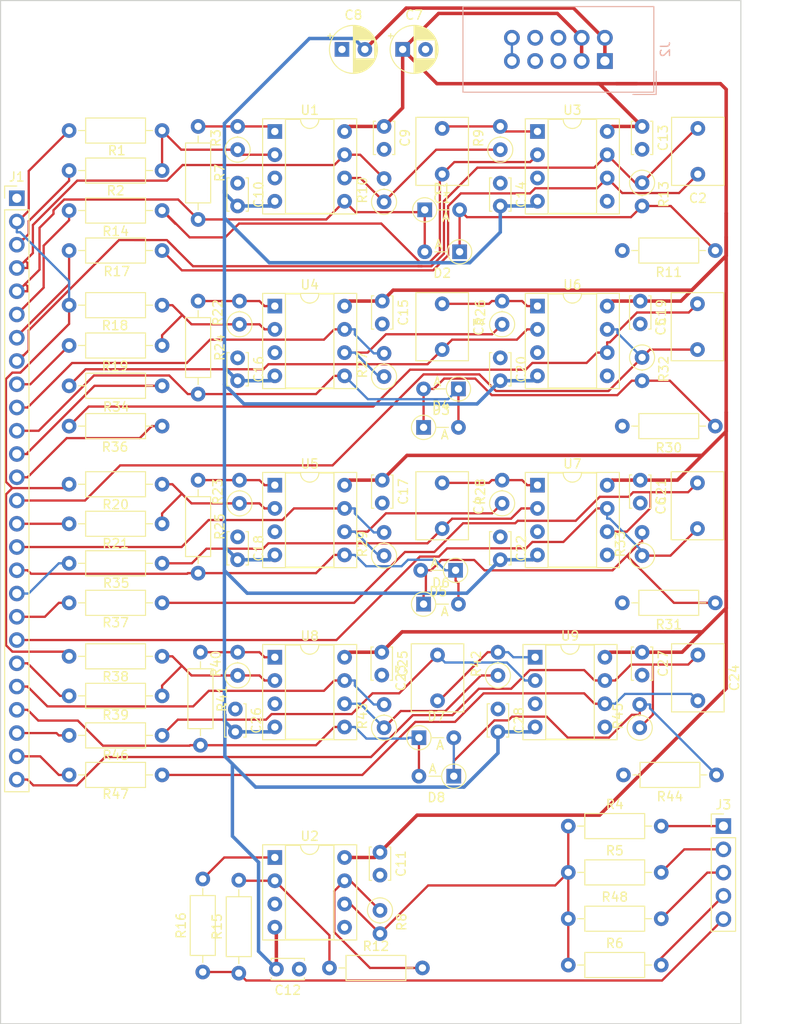
<source format=kicad_pcb>
(kicad_pcb (version 20171130) (host pcbnew 5.1.6-c6e7f7d~86~ubuntu20.04.1)
  (title_block (title Noise) (date 2019-10-20) (rev 01) (comment 1 "Original design by Yves Usson") (comment 2 "PCB for main circuit") (comment 4 "License CC BY 4.0 - Attribution 4.0 International"))
  (layers (0 F.Cu signal) (31 B.Cu signal) (34 B.Paste user) (35 F.Paste user) (36 B.SilkS user) (37 F.SilkS user) (38 B.Mask user) (39 F.Mask user) (44 Edge.Cuts user))
  (net 0 "")
  (net 1 GND)
  (net 2 +15V)
  (net 3 -15V)
  (net 4 +5V)
  (net 5 "Net-(D1-Pad2)")
  (net 6 "Net-(R1-Pad2)")
  (net 7 "Net-(R12-Pad2)")
  (net 8 "Net-(C1-Pad2)")
  (net 9 "Net-(C1-Pad1)")
  (net 10 "Net-(C2-Pad2)")
  (net 11 OUT_2)
  (net 12 OUT_3)
  (net 13 "Net-(D3-Pad2)")
  (net 14 "Net-(D5-Pad2)")
  (net 15 FREQ_1_b)
  (net 16 FREQ_1_a)
  (net 17 "Net-(R3-Pad2)")
  (net 18 "Net-(R4-Pad1)")
  (net 19 "Net-(R10-Pad1)")
  (net 20 "Net-(R12-Pad1)")
  (net 21 OUT)
  (net 22 "Net-(R23-Pad2)")
  (net 23 FREQ_1_c)
  (net 24 IN_1)
  (net 25 IN)
  (net 26 OUT_1)
  (net 27 FREQ_3_c)
  (net 28 FREQ_3_b)
  (net 29 FREQ_3_a)
  (net 30 IN_3)
  (net 31 FREQ_2_c)
  (net 32 FREQ_2_b)
  (net 33 FREQ_2_a)
  (net 34 IN_2)
  (net 35 RES_1)
  (net 36 "Net-(C3-Pad2)")
  (net 37 "Net-(C3-Pad1)")
  (net 38 "Net-(C4-Pad2)")
  (net 39 "Net-(C4-Pad1)")
  (net 40 "Net-(C5-Pad2)")
  (net 41 "Net-(C6-Pad2)")
  (net 42 RES_2)
  (net 43 RES_3)
  (net 44 "Net-(R16-Pad2)")
  (net 45 "Net-(R18-Pad2)")
  (net 46 "Net-(R20-Pad2)")
  (net 47 "Net-(R22-Pad2)")
  (net 48 "Net-(R26-Pad1)")
  (net 49 "Net-(R28-Pad1)")
  (net 50 "Net-(C23-Pad2)")
  (net 51 "Net-(C23-Pad1)")
  (net 52 "Net-(C24-Pad2)")
  (net 53 OUT_4)
  (net 54 "Net-(D7-Pad2)")
  (net 55 RES_4)
  (net 56 FREQ_4_b)
  (net 57 FREQ_4_c)
  (net 58 FREQ_4_a)
  (net 59 IN_4)
  (net 60 "Net-(R38-Pad2)")
  (net 61 "Net-(R40-Pad2)")
  (net 62 "Net-(R42-Pad1)")
  (net 63 MIX_2)
  (net 64 MIX_4)
  (net 65 MIX_3)
  (net 66 MIX_1)
  (module Connector_PinHeader_2.54mm:PinHeader_1x05_P2.54mm_Vertical (layer F.Cu) (at 119.634 130.81)
    (fp_text reference J3 (at 0 -2.33) (layer F.SilkS))
    (fp_text value Conn_01x05_Female)
    (pad 5 thru_hole oval (at 0 10.16) (size 1.7 1.7) (drill 1) (layers *.Cu *.Mask) (net 21 OUT))
    (pad 4 thru_hole oval (at 0 7.62) (size 1.7 1.7) (drill 1) (layers *.Cu *.Mask) (net 64 MIX_4))
    (pad 3 thru_hole oval (at 0 5.08) (size 1.7 1.7) (drill 1) (layers *.Cu *.Mask) (net 65 MIX_3))
    (pad 2 thru_hole oval (at 0 2.54) (size 1.7 1.7) (drill 1) (layers *.Cu *.Mask) (net 63 MIX_2))
    (pad 1 thru_hole rect (at 0 0) (size 1.7 1.7) (drill 1) (layers *.Cu *.Mask) (net 66 MIX_1))
  )
  (module Connector_PinHeader_2.54mm:PinHeader_1x26_P2.54mm_Vertical (layer F.Cu) (at 42.418 62.23)
    (fp_text reference J1 (at 0 -2.33) (layer F.SilkS))
    (fp_text value Conn_01x26_Female hide)
    (pad 26 thru_hole oval (at 0 63.5) (size 1.7 1.7) (drill 1) (layers *.Cu *.Mask) (net 53 OUT_4))
    (pad 25 thru_hole oval (at 0 60.96) (size 1.7 1.7) (drill 1) (layers *.Cu *.Mask) (net 56 FREQ_4_b))
    (pad 24 thru_hole oval (at 0 58.42) (size 1.7 1.7) (drill 1) (layers *.Cu *.Mask) (net 57 FREQ_4_c))
    (pad 23 thru_hole oval (at 0 55.88) (size 1.7 1.7) (drill 1) (layers *.Cu *.Mask) (net 55 RES_4))
    (pad 22 thru_hole oval (at 0 53.34) (size 1.7 1.7) (drill 1) (layers *.Cu *.Mask) (net 58 FREQ_4_a))
    (pad 21 thru_hole oval (at 0 50.8) (size 1.7 1.7) (drill 1) (layers *.Cu *.Mask) (net 59 IN_4))
    (pad 20 thru_hole oval (at 0 48.26) (size 1.7 1.7) (drill 1) (layers *.Cu *.Mask) (net 12 OUT_3))
    (pad 19 thru_hole oval (at 0 45.72) (size 1.7 1.7) (drill 1) (layers *.Cu *.Mask) (net 28 FREQ_3_b))
    (pad 18 thru_hole oval (at 0 43.18) (size 1.7 1.7) (drill 1) (layers *.Cu *.Mask) (net 27 FREQ_3_c))
    (pad 17 thru_hole oval (at 0 40.64) (size 1.7 1.7) (drill 1) (layers *.Cu *.Mask) (net 43 RES_3))
    (pad 16 thru_hole oval (at 0 38.1) (size 1.7 1.7) (drill 1) (layers *.Cu *.Mask) (net 29 FREQ_3_a))
    (pad 15 thru_hole oval (at 0 35.56) (size 1.7 1.7) (drill 1) (layers *.Cu *.Mask) (net 30 IN_3))
    (pad 14 thru_hole oval (at 0 33.02) (size 1.7 1.7) (drill 1) (layers *.Cu *.Mask) (net 11 OUT_2))
    (pad 13 thru_hole oval (at 0 30.48) (size 1.7 1.7) (drill 1) (layers *.Cu *.Mask) (net 32 FREQ_2_b))
    (pad 12 thru_hole oval (at 0 27.94) (size 1.7 1.7) (drill 1) (layers *.Cu *.Mask) (net 31 FREQ_2_c))
    (pad 11 thru_hole oval (at 0 25.4) (size 1.7 1.7) (drill 1) (layers *.Cu *.Mask) (net 42 RES_2))
    (pad 10 thru_hole oval (at 0 22.86) (size 1.7 1.7) (drill 1) (layers *.Cu *.Mask) (net 33 FREQ_2_a))
    (pad 9 thru_hole oval (at 0 20.32) (size 1.7 1.7) (drill 1) (layers *.Cu *.Mask) (net 34 IN_2))
    (pad 8 thru_hole oval (at 0 17.78) (size 1.7 1.7) (drill 1) (layers *.Cu *.Mask) (net 26 OUT_1))
    (pad 7 thru_hole oval (at 0 15.24) (size 1.7 1.7) (drill 1) (layers *.Cu *.Mask) (net 15 FREQ_1_b))
    (pad 6 thru_hole oval (at 0 12.7) (size 1.7 1.7) (drill 1) (layers *.Cu *.Mask) (net 23 FREQ_1_c))
    (pad 5 thru_hole oval (at 0 10.16) (size 1.7 1.7) (drill 1) (layers *.Cu *.Mask) (net 35 RES_1))
    (pad 4 thru_hole oval (at 0 7.62) (size 1.7 1.7) (drill 1) (layers *.Cu *.Mask) (net 16 FREQ_1_a))
    (pad 3 thru_hole oval (at 0 5.08) (size 1.7 1.7) (drill 1) (layers *.Cu *.Mask) (net 24 IN_1))
    (pad 2 thru_hole oval (at 0 2.54) (size 1.7 1.7) (drill 1) (layers *.Cu *.Mask) (net 25 IN))
    (pad 1 thru_hole rect (at 0 0) (size 1.7 1.7) (drill 1) (layers *.Cu *.Mask) (net 1 GND))
  )
  (module Resistor_THT:R_Axial_DIN0207_L6.3mm_D2.5mm_P2.54mm_Vertical (layer F.Cu) (at 82.1055 140.0175 270)
    (fp_text reference R8 (at 1.27 -2.37 90) (layer F.SilkS))
    (fp_text value 100k)
    (pad 2 thru_hole oval (at 2.54 0 270) (size 1.6 1.6) (drill 0.8) (layers *.Cu *.Mask) (net 18 "Net-(R4-Pad1)"))
    (pad 1 thru_hole circle (at 0 0 270) (size 1.6 1.6) (drill 0.8) (layers *.Cu *.Mask) (net 7 "Net-(R12-Pad2)"))
  )
  (module Resistor_THT:R_Axial_DIN0207_L6.3mm_D2.5mm_P10.16mm_Horizontal (layer F.Cu) (at 102.6795 140.927666)
    (fp_text reference R48 (at 5.08 -2.37) (layer F.SilkS))
    (fp_text value 100k)
    (pad 2 thru_hole oval (at 10.16 0) (size 1.6 1.6) (drill 0.8) (layers *.Cu *.Mask) (net 65 MIX_3))
    (pad 1 thru_hole circle (at 0 0) (size 1.6 1.6) (drill 0.8) (layers *.Cu *.Mask) (net 18 "Net-(R4-Pad1)"))
  )
  (module MountingHole:MountingHole_2.2mm_M2 (layer F.Cu) (at 43.18 149.86)
    (fp_text reference H4 hide)
    (fp_text value MountingHole hide)
    (pad 1 np_thru_hole circle (at 0 0) (size 2.2 2.2) (drill 2.2) (layers *.Cu *.Mask))
  )
  (module MountingHole:MountingHole_2.2mm_M2 (layer F.Cu) (at 119 149.86)
    (fp_text reference H3 hide)
    (fp_text value MountingHole hide)
    (pad 1 np_thru_hole circle (at 0 0) (size 2.2 2.2) (drill 2.2) (layers *.Cu *.Mask))
  )
  (module MountingHole:MountingHole_2.2mm_M2 (layer F.Cu) (at 119 43.18)
    (fp_text reference H2 hide)
    (fp_text value MountingHole hide)
    (pad 1 np_thru_hole circle (at 0 0) (size 2.2 2.2) (drill 2.2) (layers *.Cu *.Mask))
  )
  (module MountingHole:MountingHole_2.2mm_M2 (layer F.Cu) (at 43.18 43.18)
    (fp_text reference H1 hide)
    (fp_text value MountingHole hide)
    (pad 1 np_thru_hole circle (at 0 0) (size 2.2 2.2) (drill 2.2) (layers *.Cu *.Mask))
  )
  (module Package_DIP:DIP-8_W7.62mm_Socket (layer F.Cu) (at 99.06 112.368)
    (fp_text reference U9 (at 3.81 -2.33) (layer F.SilkS))
    (fp_text value TL072)
    (pad 8 thru_hole oval (at 7.62 0) (size 1.6 1.6) (drill 0.8) (layers *.Cu *.Mask) (net 2 +15V))
    (pad 4 thru_hole oval (at 0 7.62) (size 1.6 1.6) (drill 0.8) (layers *.Cu *.Mask) (net 3 -15V))
    (pad 7 thru_hole oval (at 7.62 2.54) (size 1.6 1.6) (drill 0.8) (layers *.Cu *.Mask) (net 53 OUT_4))
    (pad 3 thru_hole oval (at 0 5.08) (size 1.6 1.6) (drill 0.8) (layers *.Cu *.Mask) (net 1 GND))
    (pad 6 thru_hole oval (at 7.62 5.08) (size 1.6 1.6) (drill 0.8) (layers *.Cu *.Mask) (net 52 "Net-(C24-Pad2)"))
    (pad 2 thru_hole oval (at 0 2.54) (size 1.6 1.6) (drill 0.8) (layers *.Cu *.Mask) (net 50 "Net-(C23-Pad2)"))
    (pad 5 thru_hole oval (at 7.62 7.62) (size 1.6 1.6) (drill 0.8) (layers *.Cu *.Mask) (net 1 GND))
    (pad 1 thru_hole rect (at 0 0) (size 1.6 1.6) (drill 0.8) (layers *.Cu *.Mask) (net 51 "Net-(C23-Pad1)"))
  )
  (module Package_DIP:DIP-8_W7.62mm_Socket (layer F.Cu) (at 70.612 112.368)
    (fp_text reference U8 (at 3.81 -2.33) (layer F.SilkS))
    (fp_text value TL072)
    (pad 8 thru_hole oval (at 7.62 0) (size 1.6 1.6) (drill 0.8) (layers *.Cu *.Mask) (net 2 +15V))
    (pad 4 thru_hole oval (at 0 7.62) (size 1.6 1.6) (drill 0.8) (layers *.Cu *.Mask) (net 3 -15V))
    (pad 7 thru_hole oval (at 7.62 2.54) (size 1.6 1.6) (drill 0.8) (layers *.Cu *.Mask) (net 58 FREQ_4_a))
    (pad 3 thru_hole oval (at 0 5.08) (size 1.6 1.6) (drill 0.8) (layers *.Cu *.Mask) (net 1 GND))
    (pad 6 thru_hole oval (at 7.62 5.08) (size 1.6 1.6) (drill 0.8) (layers *.Cu *.Mask) (net 62 "Net-(R42-Pad1)"))
    (pad 2 thru_hole oval (at 0 2.54) (size 1.6 1.6) (drill 0.8) (layers *.Cu *.Mask) (net 60 "Net-(R38-Pad2)"))
    (pad 5 thru_hole oval (at 7.62 7.62) (size 1.6 1.6) (drill 0.8) (layers *.Cu *.Mask) (net 55 RES_4))
    (pad 1 thru_hole rect (at 0 0) (size 1.6 1.6) (drill 0.8) (layers *.Cu *.Mask) (net 61 "Net-(R40-Pad2)"))
  )
  (module Resistor_THT:R_Axial_DIN0207_L6.3mm_D2.5mm_P10.16mm_Horizontal (layer F.Cu) (at 58.293 125.222 180)
    (fp_text reference R47 (at 5.08 -2.0955) (layer F.SilkS))
    (fp_text value 680)
    (pad 2 thru_hole oval (at 10.16 0 180) (size 1.6 1.6) (drill 0.8) (layers *.Cu *.Mask) (net 56 FREQ_4_b))
    (pad 1 thru_hole circle (at 0 0 180) (size 1.6 1.6) (drill 0.8) (layers *.Cu *.Mask) (net 52 "Net-(C24-Pad2)"))
  )
  (module Resistor_THT:R_Axial_DIN0207_L6.3mm_D2.5mm_P10.16mm_Horizontal (layer F.Cu) (at 58.293 120.904 180)
    (fp_text reference R46 (at 5.08 -2.159) (layer F.SilkS))
    (fp_text value 680)
    (pad 2 thru_hole oval (at 10.16 0 180) (size 1.6 1.6) (drill 0.8) (layers *.Cu *.Mask) (net 57 FREQ_4_c))
    (pad 1 thru_hole circle (at 0 0 180) (size 1.6 1.6) (drill 0.8) (layers *.Cu *.Mask) (net 50 "Net-(C23-Pad2)"))
  )
  (module Resistor_THT:R_Axial_DIN0207_L6.3mm_D2.5mm_P2.54mm_Vertical (layer F.Cu) (at 110.49 120.068 90)
    (fp_text reference R45 (at 1.27 -2.37 90) (layer F.SilkS))
    (fp_text value 6k8)
    (pad 2 thru_hole oval (at 2.54 0 90) (size 1.6 1.6) (drill 0.8) (layers *.Cu *.Mask) (net 54 "Net-(D7-Pad2)"))
    (pad 1 thru_hole circle (at 0 0 90) (size 1.6 1.6) (drill 0.8) (layers *.Cu *.Mask) (net 53 OUT_4))
  )
  (module Resistor_THT:R_Axial_DIN0207_L6.3mm_D2.5mm_P10.16mm_Horizontal (layer F.Cu) (at 118.872 125.222 180)
    (fp_text reference R44 (at 5.08 -2.37) (layer F.SilkS))
    (fp_text value 15k)
    (pad 2 thru_hole oval (at 10.16 0 180) (size 1.6 1.6) (drill 0.8) (layers *.Cu *.Mask) (net 1 GND))
    (pad 1 thru_hole circle (at 0 0 180) (size 1.6 1.6) (drill 0.8) (layers *.Cu *.Mask) (net 54 "Net-(D7-Pad2)"))
  )
  (module Resistor_THT:R_Axial_DIN0207_L6.3mm_D2.5mm_P2.54mm_Vertical (layer F.Cu) (at 82.55 120.068 90)
    (fp_text reference R43 (at 1.27 -2.37 90) (layer F.SilkS))
    (fp_text value 10k)
    (pad 2 thru_hole oval (at 2.54 0 90) (size 1.6 1.6) (drill 0.8) (layers *.Cu *.Mask) (net 58 FREQ_4_a))
    (pad 1 thru_hole circle (at 0 0 90) (size 1.6 1.6) (drill 0.8) (layers *.Cu *.Mask) (net 62 "Net-(R42-Pad1)"))
  )
  (module Resistor_THT:R_Axial_DIN0207_L6.3mm_D2.5mm_P2.54mm_Vertical (layer F.Cu) (at 94.996 114.358 90)
    (fp_text reference R42 (at 1.27 -2.37 90) (layer F.SilkS))
    (fp_text value 10k)
    (pad 2 thru_hole oval (at 2.54 0 90) (size 1.6 1.6) (drill 0.8) (layers *.Cu *.Mask) (net 51 "Net-(C23-Pad1)"))
    (pad 1 thru_hole circle (at 0 0 90) (size 1.6 1.6) (drill 0.8) (layers *.Cu *.Mask) (net 62 "Net-(R42-Pad1)"))
  )
  (module Resistor_THT:R_Axial_DIN0207_L6.3mm_D2.5mm_P10.16mm_Horizontal (layer F.Cu) (at 62.484 111.818 270)
    (fp_text reference R41 (at 5.08 -2.37 90) (layer F.SilkS))
    (fp_text value 10k)
    (pad 2 thru_hole oval (at 10.16 0 270) (size 1.6 1.6) (drill 0.8) (layers *.Cu *.Mask) (net 55 RES_4))
    (pad 1 thru_hole circle (at 0 0 270) (size 1.6 1.6) (drill 0.8) (layers *.Cu *.Mask) (net 61 "Net-(R40-Pad2)"))
  )
  (module Resistor_THT:R_Axial_DIN0207_L6.3mm_D2.5mm_P2.54mm_Vertical (layer F.Cu) (at 66.548 114.358 90)
    (fp_text reference R40 (at 1.27 -2.37 90) (layer F.SilkS))
    (fp_text value 47k)
    (pad 2 thru_hole oval (at 2.54 0 90) (size 1.6 1.6) (drill 0.8) (layers *.Cu *.Mask) (net 61 "Net-(R40-Pad2)"))
    (pad 1 thru_hole circle (at 0 0 90) (size 1.6 1.6) (drill 0.8) (layers *.Cu *.Mask) (net 60 "Net-(R38-Pad2)"))
  )
  (module Resistor_THT:R_Axial_DIN0207_L6.3mm_D2.5mm_P10.16mm_Horizontal (layer F.Cu) (at 48.133 116.586)
    (fp_text reference R39 (at 5.08 2.0955) (layer F.SilkS))
    (fp_text value 47k)
    (pad 2 thru_hole oval (at 10.16 0) (size 1.6 1.6) (drill 0.8) (layers *.Cu *.Mask) (net 60 "Net-(R38-Pad2)"))
    (pad 1 thru_hole circle (at 0 0) (size 1.6 1.6) (drill 0.8) (layers *.Cu *.Mask) (net 59 IN_4))
  )
  (module Resistor_THT:R_Axial_DIN0207_L6.3mm_D2.5mm_P10.16mm_Horizontal (layer F.Cu) (at 48.133 112.268)
    (fp_text reference R38 (at 5.08 2.2225) (layer F.SilkS))
    (fp_text value 47k)
    (pad 2 thru_hole oval (at 10.16 0) (size 1.6 1.6) (drill 0.8) (layers *.Cu *.Mask) (net 60 "Net-(R38-Pad2)"))
    (pad 1 thru_hole circle (at 0 0) (size 1.6 1.6) (drill 0.8) (layers *.Cu *.Mask) (net 25 IN))
  )
  (module Diode_THT:D_DO-35_SOD27_P3.81mm_Vertical_AnodeUp (layer F.Cu) (at 90.17 125.361 180)
    (fp_text reference D8 (at 1.905 -2.326371) (layer F.SilkS))
    (fp_text value 1N4148)
    (fp_text user A (at 2.31 0.8) (layer F.SilkS))
    (pad 2 thru_hole oval (at 3.81 0 180) (size 1.6 1.6) (drill 0.8) (layers *.Cu *.Mask) (net 55 RES_4))
    (pad 1 thru_hole rect (at 0 0 180) (size 1.6 1.6) (drill 0.8) (layers *.Cu *.Mask) (net 54 "Net-(D7-Pad2)"))
  )
  (module Diode_THT:D_DO-35_SOD27_P3.81mm_Vertical_AnodeUp (layer F.Cu) (at 86.36 121.158)
    (fp_text reference D7 (at 1.905 -2.326371) (layer F.SilkS))
    (fp_text value 1N4148)
    (fp_text user A (at 2.31 0.8) (layer F.SilkS))
    (pad 2 thru_hole oval (at 3.81 0) (size 1.6 1.6) (drill 0.8) (layers *.Cu *.Mask) (net 54 "Net-(D7-Pad2)"))
    (pad 1 thru_hole rect (at 0 0) (size 1.6 1.6) (drill 0.8) (layers *.Cu *.Mask) (net 55 RES_4))
  )
  (module Capacitor_THT:C_Disc_D3.4mm_W2.1mm_P2.50mm (layer F.Cu) (at 94.996 118.018 270)
    (fp_text reference C28 (at 1.25 -2.3 90) (layer F.SilkS))
    (fp_text value 0.1u)
    (pad 2 thru_hole circle (at 2.5 0 270) (size 1.6 1.6) (drill 0.8) (layers *.Cu *.Mask) (net 3 -15V))
    (pad 1 thru_hole circle (at 0 0 270) (size 1.6 1.6) (drill 0.8) (layers *.Cu *.Mask) (net 1 GND))
  )
  (module Capacitor_THT:C_Disc_D3.4mm_W2.1mm_P2.50mm (layer F.Cu) (at 110.744 111.818 270)
    (fp_text reference C27 (at 1.25 -2.3 90) (layer F.SilkS))
    (fp_text value 0.1u)
    (pad 2 thru_hole circle (at 2.5 0 270) (size 1.6 1.6) (drill 0.8) (layers *.Cu *.Mask) (net 1 GND))
    (pad 1 thru_hole circle (at 0 0 270) (size 1.6 1.6) (drill 0.8) (layers *.Cu *.Mask) (net 2 +15V))
  )
  (module Capacitor_THT:C_Disc_D3.4mm_W2.1mm_P2.50mm (layer F.Cu) (at 66.294 118.018 270)
    (fp_text reference C26 (at 1.25 -2.3 90) (layer F.SilkS))
    (fp_text value 0.1u)
    (pad 2 thru_hole circle (at 2.5 0 270) (size 1.6 1.6) (drill 0.8) (layers *.Cu *.Mask) (net 3 -15V))
    (pad 1 thru_hole circle (at 0 0 270) (size 1.6 1.6) (drill 0.8) (layers *.Cu *.Mask) (net 1 GND))
  )
  (module Capacitor_THT:C_Disc_D3.4mm_W2.1mm_P2.50mm (layer F.Cu) (at 82.296 111.818 270)
    (fp_text reference C25 (at 1.25 -2.3 90) (layer F.SilkS))
    (fp_text value 0.1u)
    (pad 2 thru_hole circle (at 2.5 0 270) (size 1.6 1.6) (drill 0.8) (layers *.Cu *.Mask) (net 1 GND))
    (pad 1 thru_hole circle (at 0 0 270) (size 1.6 1.6) (drill 0.8) (layers *.Cu *.Mask) (net 2 +15V))
  )
  (module Capacitor_THT:C_Rect_L7.2mm_W5.5mm_P5.00mm_FKS2_FKP2_MKS2_MKP2 (layer F.Cu) (at 116.84 112.118 270)
    (fp_text reference C24 (at 2.5 -4 90) (layer F.SilkS))
    (fp_text value 22n)
    (pad 2 thru_hole circle (at 5 0 270) (size 1.6 1.6) (drill 0.8) (layers *.Cu *.Mask) (net 52 "Net-(C24-Pad2)"))
    (pad 1 thru_hole circle (at 0 0 270) (size 1.6 1.6) (drill 0.8) (layers *.Cu *.Mask) (net 53 OUT_4))
  )
  (module Capacitor_THT:C_Rect_L7.2mm_W5.5mm_P5.00mm_FKS2_FKP2_MKS2_MKP2 (layer F.Cu) (at 88.392 117.118 90)
    (fp_text reference C23 (at 2.5 -4 90) (layer F.SilkS))
    (fp_text value 22n)
    (pad 2 thru_hole circle (at 5 0 90) (size 1.6 1.6) (drill 0.8) (layers *.Cu *.Mask) (net 50 "Net-(C23-Pad2)"))
    (pad 1 thru_hole circle (at 0 0 90) (size 1.6 1.6) (drill 0.8) (layers *.Cu *.Mask) (net 51 "Net-(C23-Pad1)"))
  )
  (module Diode_THT:D_DO-35_SOD27_P3.81mm_Vertical_AnodeUp (layer F.Cu) (at 86.868 106.565)
    (fp_text reference D6 (at 1.905 -2.326371) (layer F.SilkS))
    (fp_text value 1N4148)
    (fp_text user A (at 2.31 0.8) (layer F.SilkS))
    (pad 2 thru_hole oval (at 3.81 0) (size 1.6 1.6) (drill 0.8) (layers *.Cu *.Mask) (net 43 RES_3))
    (pad 1 thru_hole rect (at 0 0) (size 1.6 1.6) (drill 0.8) (layers *.Cu *.Mask) (net 14 "Net-(D5-Pad2)"))
  )
  (module Diode_THT:D_DO-35_SOD27_P3.81mm_Vertical_AnodeUp (layer F.Cu) (at 90.3666 102.87 180)
    (fp_text reference D5 (at 1.905 -2.326371) (layer F.SilkS))
    (fp_text value 1N4148)
    (fp_text user A (at 2.31 0.8) (layer F.SilkS))
    (pad 2 thru_hole oval (at 3.81 0 180) (size 1.6 1.6) (drill 0.8) (layers *.Cu *.Mask) (net 14 "Net-(D5-Pad2)"))
    (pad 1 thru_hole rect (at 0 0 180) (size 1.6 1.6) (drill 0.8) (layers *.Cu *.Mask) (net 43 RES_3))
  )
  (module Diode_THT:D_DO-35_SOD27_P3.81mm_Vertical_AnodeUp (layer F.Cu) (at 86.868 87.2606)
    (fp_text reference D4 (at 1.905 -2.326371) (layer F.SilkS))
    (fp_text value 1N4148)
    (fp_text user A (at 2.31 0.8) (layer F.SilkS))
    (pad 2 thru_hole oval (at 3.81 0) (size 1.6 1.6) (drill 0.8) (layers *.Cu *.Mask) (net 42 RES_2))
    (pad 1 thru_hole rect (at 0 0) (size 1.6 1.6) (drill 0.8) (layers *.Cu *.Mask) (net 13 "Net-(D3-Pad2)"))
  )
  (module Diode_THT:D_DO-35_SOD27_P3.81mm_Vertical_AnodeUp (layer F.Cu) (at 90.678 83.058 180)
    (fp_text reference D3 (at 1.905 -2.326371) (layer F.SilkS))
    (fp_text value 1N4148)
    (fp_text user A (at 2.31 0.8) (layer F.SilkS))
    (pad 2 thru_hole oval (at 3.81 0 180) (size 1.6 1.6) (drill 0.8) (layers *.Cu *.Mask) (net 13 "Net-(D3-Pad2)"))
    (pad 1 thru_hole rect (at 0 0 180) (size 1.6 1.6) (drill 0.8) (layers *.Cu *.Mask) (net 42 RES_2))
  )
  (module Diode_THT:D_DO-35_SOD27_P3.81mm_Vertical_AnodeUp (layer F.Cu) (at 90.805 68.0836 180)
    (fp_text reference D2 (at 1.905 -2.326371) (layer F.SilkS))
    (fp_text value 1N4148)
    (fp_text user A (at 2.31 0.8) (layer F.SilkS))
    (pad 2 thru_hole oval (at 3.81 0 180) (size 1.6 1.6) (drill 0.8) (layers *.Cu *.Mask) (net 35 RES_1))
    (pad 1 thru_hole rect (at 0 0 180) (size 1.6 1.6) (drill 0.8) (layers *.Cu *.Mask) (net 5 "Net-(D1-Pad2)"))
  )
  (module Diode_THT:D_DO-35_SOD27_P3.81mm_Vertical_AnodeUp (layer F.Cu) (at 86.995 63.5)
    (fp_text reference D1 (at 1.905 -2.326371) (layer F.SilkS))
    (fp_text value 1N4148)
    (fp_text user A (at 2.31 0.8) (layer F.SilkS))
    (pad 2 thru_hole oval (at 3.81 0) (size 1.6 1.6) (drill 0.8) (layers *.Cu *.Mask) (net 5 "Net-(D1-Pad2)"))
    (pad 1 thru_hole rect (at 0 0) (size 1.6 1.6) (drill 0.8) (layers *.Cu *.Mask) (net 35 RES_1))
  )
  (module Resistor_THT:R_Axial_DIN0207_L6.3mm_D2.5mm_P2.54mm_Vertical (layer F.Cu) (at 110.744 101.272 90)
    (fp_text reference R33 (at 1.27 -2.37 90) (layer F.SilkS))
    (fp_text value 6k8)
    (pad 2 thru_hole oval (at 2.54 0 90) (size 1.6 1.6) (drill 0.8) (layers *.Cu *.Mask) (net 14 "Net-(D5-Pad2)"))
    (pad 1 thru_hole circle (at 0 0 90) (size 1.6 1.6) (drill 0.8) (layers *.Cu *.Mask) (net 12 OUT_3))
  )
  (module Resistor_THT:R_Axial_DIN0207_L6.3mm_D2.5mm_P2.54mm_Vertical (layer F.Cu) (at 82.55 101.272 90)
    (fp_text reference R29 (at 1.27 -2.37 90) (layer F.SilkS))
    (fp_text value 10k)
    (pad 2 thru_hole oval (at 2.54 0 90) (size 1.6 1.6) (drill 0.8) (layers *.Cu *.Mask) (net 29 FREQ_3_a))
    (pad 1 thru_hole circle (at 0 0 90) (size 1.6 1.6) (drill 0.8) (layers *.Cu *.Mask) (net 49 "Net-(R28-Pad1)"))
  )
  (module Resistor_THT:R_Axial_DIN0207_L6.3mm_D2.5mm_P2.54mm_Vertical (layer F.Cu) (at 95.45 95.562 90)
    (fp_text reference R28 (at 1.27 -2.37 90) (layer F.SilkS))
    (fp_text value 10k)
    (pad 2 thru_hole oval (at 2.54 0 90) (size 1.6 1.6) (drill 0.8) (layers *.Cu *.Mask) (net 39 "Net-(C4-Pad1)"))
    (pad 1 thru_hole circle (at 0 0 90) (size 1.6 1.6) (drill 0.8) (layers *.Cu *.Mask) (net 49 "Net-(R28-Pad1)"))
  )
  (module Resistor_THT:R_Axial_DIN0207_L6.3mm_D2.5mm_P2.54mm_Vertical (layer F.Cu) (at 66.748 95.562 90)
    (fp_text reference R23 (at 1.27 -2.37 90) (layer F.SilkS))
    (fp_text value 47k)
    (pad 2 thru_hole oval (at 2.54 0 90) (size 1.6 1.6) (drill 0.8) (layers *.Cu *.Mask) (net 22 "Net-(R23-Pad2)"))
    (pad 1 thru_hole circle (at 0 0 90) (size 1.6 1.6) (drill 0.8) (layers *.Cu *.Mask) (net 46 "Net-(R20-Pad2)"))
  )
  (module Resistor_THT:R_Axial_DIN0207_L6.3mm_D2.5mm_P2.54mm_Vertical (layer F.Cu) (at 110.744 79.624 270)
    (fp_text reference R32 (at 1.27 -2.37 90) (layer F.SilkS))
    (fp_text value 6k8)
    (pad 2 thru_hole oval (at 2.54 0 270) (size 1.6 1.6) (drill 0.8) (layers *.Cu *.Mask) (net 13 "Net-(D3-Pad2)"))
    (pad 1 thru_hole circle (at 0 0 270) (size 1.6 1.6) (drill 0.8) (layers *.Cu *.Mask) (net 11 OUT_2))
  )
  (module Resistor_THT:R_Axial_DIN0207_L6.3mm_D2.5mm_P2.54mm_Vertical (layer F.Cu) (at 82.55 81.714 90)
    (fp_text reference R27 (at 1.27 -2.37 90) (layer F.SilkS))
    (fp_text value 10k)
    (pad 2 thru_hole oval (at 2.54 0 90) (size 1.6 1.6) (drill 0.8) (layers *.Cu *.Mask) (net 33 FREQ_2_a))
    (pad 1 thru_hole circle (at 0 0 90) (size 1.6 1.6) (drill 0.8) (layers *.Cu *.Mask) (net 48 "Net-(R26-Pad1)"))
  )
  (module Resistor_THT:R_Axial_DIN0207_L6.3mm_D2.5mm_P2.54mm_Vertical (layer F.Cu) (at 95.45 76.004 90)
    (fp_text reference R26 (at 1.27 -2.37 90) (layer F.SilkS))
    (fp_text value 10k)
    (pad 2 thru_hole oval (at 2.54 0 90) (size 1.6 1.6) (drill 0.8) (layers *.Cu *.Mask) (net 37 "Net-(C3-Pad1)"))
    (pad 1 thru_hole circle (at 0 0 90) (size 1.6 1.6) (drill 0.8) (layers *.Cu *.Mask) (net 48 "Net-(R26-Pad1)"))
  )
  (module Resistor_THT:R_Axial_DIN0207_L6.3mm_D2.5mm_P2.54mm_Vertical (layer F.Cu) (at 66.748 76.004 90)
    (fp_text reference R22 (at 1.27 -2.37 90) (layer F.SilkS))
    (fp_text value 47k)
    (pad 2 thru_hole oval (at 2.54 0 90) (size 1.6 1.6) (drill 0.8) (layers *.Cu *.Mask) (net 47 "Net-(R22-Pad2)"))
    (pad 1 thru_hole circle (at 0 0 90) (size 1.6 1.6) (drill 0.8) (layers *.Cu *.Mask) (net 45 "Net-(R18-Pad2)"))
  )
  (module Package_DIP:DIP-8_W7.62mm_Socket (layer F.Cu) (at 99.314 93.572)
    (fp_text reference U7 (at 3.81 -2.33) (layer F.SilkS))
    (fp_text value TL072)
    (pad 8 thru_hole oval (at 7.62 0) (size 1.6 1.6) (drill 0.8) (layers *.Cu *.Mask) (net 2 +15V))
    (pad 4 thru_hole oval (at 0 7.62) (size 1.6 1.6) (drill 0.8) (layers *.Cu *.Mask) (net 3 -15V))
    (pad 7 thru_hole oval (at 7.62 2.54) (size 1.6 1.6) (drill 0.8) (layers *.Cu *.Mask) (net 12 OUT_3))
    (pad 3 thru_hole oval (at 0 5.08) (size 1.6 1.6) (drill 0.8) (layers *.Cu *.Mask) (net 1 GND))
    (pad 6 thru_hole oval (at 7.62 5.08) (size 1.6 1.6) (drill 0.8) (layers *.Cu *.Mask) (net 41 "Net-(C6-Pad2)"))
    (pad 2 thru_hole oval (at 0 2.54) (size 1.6 1.6) (drill 0.8) (layers *.Cu *.Mask) (net 38 "Net-(C4-Pad2)"))
    (pad 5 thru_hole oval (at 7.62 7.62) (size 1.6 1.6) (drill 0.8) (layers *.Cu *.Mask) (net 1 GND))
    (pad 1 thru_hole rect (at 0 0) (size 1.6 1.6) (drill 0.8) (layers *.Cu *.Mask) (net 39 "Net-(C4-Pad1)"))
  )
  (module Package_DIP:DIP-8_W7.62mm_Socket (layer F.Cu) (at 99.314 74.014)
    (fp_text reference U6 (at 3.81 -2.33) (layer F.SilkS))
    (fp_text value TL072)
    (pad 8 thru_hole oval (at 7.62 0) (size 1.6 1.6) (drill 0.8) (layers *.Cu *.Mask) (net 2 +15V))
    (pad 4 thru_hole oval (at 0 7.62) (size 1.6 1.6) (drill 0.8) (layers *.Cu *.Mask) (net 3 -15V))
    (pad 7 thru_hole oval (at 7.62 2.54) (size 1.6 1.6) (drill 0.8) (layers *.Cu *.Mask) (net 11 OUT_2))
    (pad 3 thru_hole oval (at 0 5.08) (size 1.6 1.6) (drill 0.8) (layers *.Cu *.Mask) (net 1 GND))
    (pad 6 thru_hole oval (at 7.62 5.08) (size 1.6 1.6) (drill 0.8) (layers *.Cu *.Mask) (net 40 "Net-(C5-Pad2)"))
    (pad 2 thru_hole oval (at 0 2.54) (size 1.6 1.6) (drill 0.8) (layers *.Cu *.Mask) (net 36 "Net-(C3-Pad2)"))
    (pad 5 thru_hole oval (at 7.62 7.62) (size 1.6 1.6) (drill 0.8) (layers *.Cu *.Mask) (net 1 GND))
    (pad 1 thru_hole rect (at 0 0) (size 1.6 1.6) (drill 0.8) (layers *.Cu *.Mask) (net 37 "Net-(C3-Pad1)"))
  )
  (module Package_DIP:DIP-8_W7.62mm_Socket (layer F.Cu) (at 70.612 93.572)
    (fp_text reference U5 (at 3.81 -2.33) (layer F.SilkS))
    (fp_text value TL072)
    (pad 8 thru_hole oval (at 7.62 0) (size 1.6 1.6) (drill 0.8) (layers *.Cu *.Mask) (net 2 +15V))
    (pad 4 thru_hole oval (at 0 7.62) (size 1.6 1.6) (drill 0.8) (layers *.Cu *.Mask) (net 3 -15V))
    (pad 7 thru_hole oval (at 7.62 2.54) (size 1.6 1.6) (drill 0.8) (layers *.Cu *.Mask) (net 29 FREQ_3_a))
    (pad 3 thru_hole oval (at 0 5.08) (size 1.6 1.6) (drill 0.8) (layers *.Cu *.Mask) (net 1 GND))
    (pad 6 thru_hole oval (at 7.62 5.08) (size 1.6 1.6) (drill 0.8) (layers *.Cu *.Mask) (net 49 "Net-(R28-Pad1)"))
    (pad 2 thru_hole oval (at 0 2.54) (size 1.6 1.6) (drill 0.8) (layers *.Cu *.Mask) (net 46 "Net-(R20-Pad2)"))
    (pad 5 thru_hole oval (at 7.62 7.62) (size 1.6 1.6) (drill 0.8) (layers *.Cu *.Mask) (net 43 RES_3))
    (pad 1 thru_hole rect (at 0 0) (size 1.6 1.6) (drill 0.8) (layers *.Cu *.Mask) (net 22 "Net-(R23-Pad2)"))
  )
  (module Package_DIP:DIP-8_W7.62mm_Socket (layer F.Cu) (at 70.612 74.014)
    (fp_text reference U4 (at 3.81 -2.33) (layer F.SilkS))
    (fp_text value TL072)
    (pad 8 thru_hole oval (at 7.62 0) (size 1.6 1.6) (drill 0.8) (layers *.Cu *.Mask) (net 2 +15V))
    (pad 4 thru_hole oval (at 0 7.62) (size 1.6 1.6) (drill 0.8) (layers *.Cu *.Mask) (net 3 -15V))
    (pad 7 thru_hole oval (at 7.62 2.54) (size 1.6 1.6) (drill 0.8) (layers *.Cu *.Mask) (net 33 FREQ_2_a))
    (pad 3 thru_hole oval (at 0 5.08) (size 1.6 1.6) (drill 0.8) (layers *.Cu *.Mask) (net 1 GND))
    (pad 6 thru_hole oval (at 7.62 5.08) (size 1.6 1.6) (drill 0.8) (layers *.Cu *.Mask) (net 48 "Net-(R26-Pad1)"))
    (pad 2 thru_hole oval (at 0 2.54) (size 1.6 1.6) (drill 0.8) (layers *.Cu *.Mask) (net 45 "Net-(R18-Pad2)"))
    (pad 5 thru_hole oval (at 7.62 7.62) (size 1.6 1.6) (drill 0.8) (layers *.Cu *.Mask) (net 42 RES_2))
    (pad 1 thru_hole rect (at 0 0) (size 1.6 1.6) (drill 0.8) (layers *.Cu *.Mask) (net 47 "Net-(R22-Pad2)"))
  )
  (module Package_DIP:DIP-8_W7.62mm_Socket (layer F.Cu) (at 99.314 54.94)
    (fp_text reference U3 (at 3.81 -2.33) (layer F.SilkS))
    (fp_text value TL072)
    (pad 8 thru_hole oval (at 7.62 0) (size 1.6 1.6) (drill 0.8) (layers *.Cu *.Mask) (net 2 +15V))
    (pad 4 thru_hole oval (at 0 7.62) (size 1.6 1.6) (drill 0.8) (layers *.Cu *.Mask) (net 3 -15V))
    (pad 7 thru_hole oval (at 7.62 2.54) (size 1.6 1.6) (drill 0.8) (layers *.Cu *.Mask) (net 26 OUT_1))
    (pad 3 thru_hole oval (at 0 5.08) (size 1.6 1.6) (drill 0.8) (layers *.Cu *.Mask) (net 1 GND))
    (pad 6 thru_hole oval (at 7.62 5.08) (size 1.6 1.6) (drill 0.8) (layers *.Cu *.Mask) (net 10 "Net-(C2-Pad2)"))
    (pad 2 thru_hole oval (at 0 2.54) (size 1.6 1.6) (drill 0.8) (layers *.Cu *.Mask) (net 8 "Net-(C1-Pad2)"))
    (pad 5 thru_hole oval (at 7.62 7.62) (size 1.6 1.6) (drill 0.8) (layers *.Cu *.Mask) (net 1 GND))
    (pad 1 thru_hole rect (at 0 0) (size 1.6 1.6) (drill 0.8) (layers *.Cu *.Mask) (net 9 "Net-(C1-Pad1)"))
  )
  (module Package_DIP:DIP-8_W7.62mm_Socket (layer F.Cu) (at 70.612 54.94)
    (fp_text reference U1 (at 3.81 -2.33) (layer F.SilkS))
    (fp_text value TL072)
    (pad 8 thru_hole oval (at 7.62 0) (size 1.6 1.6) (drill 0.8) (layers *.Cu *.Mask) (net 2 +15V))
    (pad 4 thru_hole oval (at 0 7.62) (size 1.6 1.6) (drill 0.8) (layers *.Cu *.Mask) (net 3 -15V))
    (pad 7 thru_hole oval (at 7.62 2.54) (size 1.6 1.6) (drill 0.8) (layers *.Cu *.Mask) (net 16 FREQ_1_a))
    (pad 3 thru_hole oval (at 0 5.08) (size 1.6 1.6) (drill 0.8) (layers *.Cu *.Mask) (net 1 GND))
    (pad 6 thru_hole oval (at 7.62 5.08) (size 1.6 1.6) (drill 0.8) (layers *.Cu *.Mask) (net 19 "Net-(R10-Pad1)"))
    (pad 2 thru_hole oval (at 0 2.54) (size 1.6 1.6) (drill 0.8) (layers *.Cu *.Mask) (net 6 "Net-(R1-Pad2)"))
    (pad 5 thru_hole oval (at 7.62 7.62) (size 1.6 1.6) (drill 0.8) (layers *.Cu *.Mask) (net 35 RES_1))
    (pad 1 thru_hole rect (at 0 0) (size 1.6 1.6) (drill 0.8) (layers *.Cu *.Mask) (net 17 "Net-(R3-Pad2)"))
  )
  (module Connector_IDC:IDC-Header_2x05_P2.54mm_Vertical (layer B.Cu) (at 106.68 47.244 90)
    (fp_text reference J2 (at 1.27 6.604 270) (layer B.SilkS) (effects (justify mirror)))
    (fp_text value "IDC Header")
    (pad 10 thru_hole oval (at 2.54 -10.16 90) (size 1.7272 1.7272) (drill 1.016) (layers *.Cu *.Mask) (net 4 +5V))
    (pad 9 thru_hole oval (at 0 -10.16 90) (size 1.7272 1.7272) (drill 1.016) (layers *.Cu *.Mask) (net 4 +5V))
    (pad 8 thru_hole oval (at 2.54 -7.62 90) (size 1.7272 1.7272) (drill 1.016) (layers *.Cu *.Mask) (net 1 GND))
    (pad 7 thru_hole oval (at 0 -7.62 90) (size 1.7272 1.7272) (drill 1.016) (layers *.Cu *.Mask) (net 1 GND))
    (pad 6 thru_hole oval (at 2.54 -5.08 90) (size 1.7272 1.7272) (drill 1.016) (layers *.Cu *.Mask) (net 1 GND))
    (pad 5 thru_hole oval (at 0 -5.08 90) (size 1.7272 1.7272) (drill 1.016) (layers *.Cu *.Mask) (net 1 GND))
    (pad 4 thru_hole oval (at 2.54 -2.54 90) (size 1.7272 1.7272) (drill 1.016) (layers *.Cu *.Mask) (net 2 +15V))
    (pad 3 thru_hole oval (at 0 -2.54 90) (size 1.7272 1.7272) (drill 1.016) (layers *.Cu *.Mask) (net 2 +15V))
    (pad 2 thru_hole oval (at 2.54 0 90) (size 1.7272 1.7272) (drill 1.016) (layers *.Cu *.Mask) (net 3 -15V))
    (pad 1 thru_hole rect (at 0 0 90) (size 1.7272 1.7272) (drill 1.016) (layers *.Cu *.Mask) (net 3 -15V))
  )
  (module Capacitor_THT:C_Disc_D3.4mm_W2.1mm_P2.50mm (layer F.Cu) (at 95.25 99.222 270)
    (fp_text reference C22 (at 1.25 -2.3 90) (layer F.SilkS))
    (fp_text value 0.1u)
    (pad 2 thru_hole circle (at 2.5 0 270) (size 1.6 1.6) (drill 0.8) (layers *.Cu *.Mask) (net 3 -15V))
    (pad 1 thru_hole circle (at 0 0 270) (size 1.6 1.6) (drill 0.8) (layers *.Cu *.Mask) (net 1 GND))
  )
  (module Capacitor_THT:C_Disc_D3.4mm_W2.1mm_P2.50mm (layer F.Cu) (at 110.544 93.022 270)
    (fp_text reference C21 (at 1.25 -2.3 90) (layer F.SilkS))
    (fp_text value 0.1u)
    (pad 2 thru_hole circle (at 2.5 0 270) (size 1.6 1.6) (drill 0.8) (layers *.Cu *.Mask) (net 1 GND))
    (pad 1 thru_hole circle (at 0 0 270) (size 1.6 1.6) (drill 0.8) (layers *.Cu *.Mask) (net 2 +15V))
  )
  (module Capacitor_THT:C_Disc_D3.4mm_W2.1mm_P2.50mm (layer F.Cu) (at 95.25 79.664 270)
    (fp_text reference C20 (at 1.25 -2.3 90) (layer F.SilkS))
    (fp_text value 0.1u)
    (pad 2 thru_hole circle (at 2.5 0 270) (size 1.6 1.6) (drill 0.8) (layers *.Cu *.Mask) (net 3 -15V))
    (pad 1 thru_hole circle (at 0 0 270) (size 1.6 1.6) (drill 0.8) (layers *.Cu *.Mask) (net 1 GND))
  )
  (module Capacitor_THT:C_Disc_D3.4mm_W2.1mm_P2.50mm (layer F.Cu) (at 110.544 73.464 270)
    (fp_text reference C19 (at 1.25 -2.3 90) (layer F.SilkS))
    (fp_text value 0.1u)
    (pad 2 thru_hole circle (at 2.5 0 270) (size 1.6 1.6) (drill 0.8) (layers *.Cu *.Mask) (net 1 GND))
    (pad 1 thru_hole circle (at 0 0 270) (size 1.6 1.6) (drill 0.8) (layers *.Cu *.Mask) (net 2 +15V))
  )
  (module Capacitor_THT:C_Disc_D3.4mm_W2.1mm_P2.50mm (layer F.Cu) (at 66.548 99.222 270)
    (fp_text reference C18 (at 1.25 -2.3 90) (layer F.SilkS))
    (fp_text value 0.1u)
    (pad 2 thru_hole circle (at 2.5 0 270) (size 1.6 1.6) (drill 0.8) (layers *.Cu *.Mask) (net 3 -15V))
    (pad 1 thru_hole circle (at 0 0 270) (size 1.6 1.6) (drill 0.8) (layers *.Cu *.Mask) (net 1 GND))
  )
  (module Capacitor_THT:C_Disc_D3.4mm_W2.1mm_P2.50mm (layer F.Cu) (at 82.35 93.022 270)
    (fp_text reference C17 (at 1.25 -2.3 90) (layer F.SilkS))
    (fp_text value 0.1u)
    (pad 2 thru_hole circle (at 2.5 0 270) (size 1.6 1.6) (drill 0.8) (layers *.Cu *.Mask) (net 1 GND))
    (pad 1 thru_hole circle (at 0 0 270) (size 1.6 1.6) (drill 0.8) (layers *.Cu *.Mask) (net 2 +15V))
  )
  (module Capacitor_THT:C_Disc_D3.4mm_W2.1mm_P2.50mm (layer F.Cu) (at 66.548 79.664 270)
    (fp_text reference C16 (at 1.25 -2.3 90) (layer F.SilkS))
    (fp_text value 0.1u)
    (pad 2 thru_hole circle (at 2.5 0 270) (size 1.6 1.6) (drill 0.8) (layers *.Cu *.Mask) (net 3 -15V))
    (pad 1 thru_hole circle (at 0 0 270) (size 1.6 1.6) (drill 0.8) (layers *.Cu *.Mask) (net 1 GND))
  )
  (module Capacitor_THT:C_Disc_D3.4mm_W2.1mm_P2.50mm (layer F.Cu) (at 82.35 73.464 270)
    (fp_text reference C15 (at 1.25 -2.3 90) (layer F.SilkS))
    (fp_text value 0.1u)
    (pad 2 thru_hole circle (at 2.5 0 270) (size 1.6 1.6) (drill 0.8) (layers *.Cu *.Mask) (net 1 GND))
    (pad 1 thru_hole circle (at 0 0 270) (size 1.6 1.6) (drill 0.8) (layers *.Cu *.Mask) (net 2 +15V))
  )
  (module Capacitor_THT:C_Disc_D3.4mm_W2.1mm_P2.50mm (layer F.Cu) (at 95.25 60.579 270)
    (fp_text reference C14 (at 1.25 -2.3 90) (layer F.SilkS))
    (fp_text value 0.1u)
    (pad 2 thru_hole circle (at 2.5 0 270) (size 1.6 1.6) (drill 0.8) (layers *.Cu *.Mask) (net 3 -15V))
    (pad 1 thru_hole circle (at 0 0 270) (size 1.6 1.6) (drill 0.8) (layers *.Cu *.Mask) (net 1 GND))
  )
  (module Capacitor_THT:C_Disc_D3.4mm_W2.1mm_P2.50mm (layer F.Cu) (at 110.744 54.39 270)
    (fp_text reference C13 (at 1.25 -2.3 90) (layer F.SilkS))
    (fp_text value 0.1u)
    (pad 2 thru_hole circle (at 2.5 0 270) (size 1.6 1.6) (drill 0.8) (layers *.Cu *.Mask) (net 1 GND))
    (pad 1 thru_hole circle (at 0 0 270) (size 1.6 1.6) (drill 0.8) (layers *.Cu *.Mask) (net 2 +15V))
  )
  (module Capacitor_THT:C_Disc_D3.4mm_W2.1mm_P2.50mm (layer F.Cu) (at 73.279 146.431 180)
    (fp_text reference C12 (at 1.25 -2.3) (layer F.SilkS))
    (fp_text value 0.1u)
    (pad 2 thru_hole circle (at 2.5 0 180) (size 1.6 1.6) (drill 0.8) (layers *.Cu *.Mask) (net 3 -15V))
    (pad 1 thru_hole circle (at 0 0 180) (size 1.6 1.6) (drill 0.8) (layers *.Cu *.Mask) (net 1 GND))
  )
  (module Capacitor_THT:C_Disc_D3.4mm_W2.1mm_P2.50mm (layer F.Cu) (at 82.1055 133.6675 270)
    (fp_text reference C11 (at 1.25 -2.3 90) (layer F.SilkS))
    (fp_text value 0.1u)
    (pad 2 thru_hole circle (at 2.5 0 270) (size 1.6 1.6) (drill 0.8) (layers *.Cu *.Mask) (net 1 GND))
    (pad 1 thru_hole circle (at 0 0 270) (size 1.6 1.6) (drill 0.8) (layers *.Cu *.Mask) (net 2 +15V))
  )
  (module Capacitor_THT:C_Disc_D3.4mm_W2.1mm_P2.50mm (layer F.Cu) (at 66.548 60.579 270)
    (fp_text reference C10 (at 1.25 -2.3 90) (layer F.SilkS))
    (fp_text value 0.1u)
    (pad 2 thru_hole circle (at 2.5 0 270) (size 1.6 1.6) (drill 0.8) (layers *.Cu *.Mask) (net 3 -15V))
    (pad 1 thru_hole circle (at 0 0 270) (size 1.6 1.6) (drill 0.8) (layers *.Cu *.Mask) (net 1 GND))
  )
  (module Capacitor_THT:C_Disc_D3.4mm_W2.1mm_P2.50mm (layer F.Cu) (at 82.55 54.39 270)
    (fp_text reference C9 (at 1.25 -2.3 90) (layer F.SilkS))
    (fp_text value 0.1u)
    (pad 2 thru_hole circle (at 2.5 0 270) (size 1.6 1.6) (drill 0.8) (layers *.Cu *.Mask) (net 1 GND))
    (pad 1 thru_hole circle (at 0 0 270) (size 1.6 1.6) (drill 0.8) (layers *.Cu *.Mask) (net 2 +15V))
  )
  (module Capacitor_THT:CP_Radial_D5.0mm_P2.50mm (layer F.Cu) (at 77.952 45.974)
    (fp_text reference C8 (at 1.25 -3.75) (layer F.SilkS))
    (fp_text value 10u)
    (pad 2 thru_hole circle (at 2.5 0) (size 1.6 1.6) (drill 0.8) (layers *.Cu *.Mask) (net 3 -15V))
    (pad 1 thru_hole rect (at 0 0) (size 1.6 1.6) (drill 0.8) (layers *.Cu *.Mask) (net 1 GND))
  )
  (module Capacitor_THT:CP_Radial_D5.0mm_P2.50mm (layer F.Cu) (at 84.582 45.974)
    (fp_text reference C7 (at 1.25 -3.75) (layer F.SilkS))
    (fp_text value 10u)
    (pad 2 thru_hole circle (at 2.5 0) (size 1.6 1.6) (drill 0.8) (layers *.Cu *.Mask) (net 1 GND))
    (pad 1 thru_hole rect (at 0 0) (size 1.6 1.6) (drill 0.8) (layers *.Cu *.Mask) (net 2 +15V))
  )
  (module Resistor_THT:R_Axial_DIN0207_L6.3mm_D2.5mm_P2.54mm_Vertical (layer F.Cu) (at 110.744 60.539 270)
    (fp_text reference R13 (at 1.27 -2.37 90) (layer F.SilkS))
    (fp_text value 6k8)
    (pad 2 thru_hole oval (at 2.54 0 270) (size 1.6 1.6) (drill 0.8) (layers *.Cu *.Mask) (net 5 "Net-(D1-Pad2)"))
    (pad 1 thru_hole circle (at 0 0 270) (size 1.6 1.6) (drill 0.8) (layers *.Cu *.Mask) (net 26 OUT_1))
  )
  (module Resistor_THT:R_Axial_DIN0207_L6.3mm_D2.5mm_P2.54mm_Vertical (layer F.Cu) (at 95.25 56.93 90)
    (fp_text reference R9 (at 1.27 -2.37 90) (layer F.SilkS))
    (fp_text value 10k)
    (pad 2 thru_hole oval (at 2.54 0 90) (size 1.6 1.6) (drill 0.8) (layers *.Cu *.Mask) (net 9 "Net-(C1-Pad1)"))
    (pad 1 thru_hole circle (at 0 0 90) (size 1.6 1.6) (drill 0.8) (layers *.Cu *.Mask) (net 19 "Net-(R10-Pad1)"))
  )
  (module Resistor_THT:R_Axial_DIN0207_L6.3mm_D2.5mm_P2.54mm_Vertical (layer F.Cu) (at 82.55 62.629 90)
    (fp_text reference R10 (at 1.27 -2.37 90) (layer F.SilkS))
    (fp_text value 10k)
    (pad 2 thru_hole oval (at 2.54 0 90) (size 1.6 1.6) (drill 0.8) (layers *.Cu *.Mask) (net 16 FREQ_1_a))
    (pad 1 thru_hole circle (at 0 0 90) (size 1.6 1.6) (drill 0.8) (layers *.Cu *.Mask) (net 19 "Net-(R10-Pad1)"))
  )
  (module Resistor_THT:R_Axial_DIN0207_L6.3mm_D2.5mm_P2.54mm_Vertical (layer F.Cu) (at 66.548 56.93 90)
    (fp_text reference R3 (at 1.27 -2.37 90) (layer F.SilkS))
    (fp_text value 47k)
    (pad 2 thru_hole oval (at 2.54 0 90) (size 1.6 1.6) (drill 0.8) (layers *.Cu *.Mask) (net 17 "Net-(R3-Pad2)"))
    (pad 1 thru_hole circle (at 0 0 90) (size 1.6 1.6) (drill 0.8) (layers *.Cu *.Mask) (net 6 "Net-(R1-Pad2)"))
  )
  (module Package_DIP:DIP-8_W7.62mm_Socket (layer F.Cu) (at 70.612 134.239)
    (fp_text reference U2 (at 3.81 -2.33) (layer F.SilkS))
    (fp_text value TL072)
    (pad 8 thru_hole oval (at 7.62 0) (size 1.6 1.6) (drill 0.8) (layers *.Cu *.Mask) (net 2 +15V))
    (pad 4 thru_hole oval (at 0 7.62) (size 1.6 1.6) (drill 0.8) (layers *.Cu *.Mask) (net 3 -15V))
    (pad 7 thru_hole oval (at 7.62 2.54) (size 1.6 1.6) (drill 0.8) (layers *.Cu *.Mask) (net 7 "Net-(R12-Pad2)"))
    (pad 3 thru_hole oval (at 0 5.08) (size 1.6 1.6) (drill 0.8) (layers *.Cu *.Mask) (net 1 GND))
    (pad 6 thru_hole oval (at 7.62 5.08) (size 1.6 1.6) (drill 0.8) (layers *.Cu *.Mask) (net 18 "Net-(R4-Pad1)"))
    (pad 2 thru_hole oval (at 0 2.54) (size 1.6 1.6) (drill 0.8) (layers *.Cu *.Mask) (net 20 "Net-(R12-Pad1)"))
    (pad 5 thru_hole oval (at 7.62 7.62) (size 1.6 1.6) (drill 0.8) (layers *.Cu *.Mask) (net 1 GND))
    (pad 1 thru_hole rect (at 0 0) (size 1.6 1.6) (drill 0.8) (layers *.Cu *.Mask) (net 44 "Net-(R16-Pad2)"))
  )
  (module Resistor_THT:R_Axial_DIN0207_L6.3mm_D2.5mm_P10.16mm_Horizontal (layer F.Cu) (at 58.293 106.426 180)
    (fp_text reference R37 (at 5.08 -2.159) (layer F.SilkS))
    (fp_text value 680)
    (pad 2 thru_hole oval (at 10.16 0 180) (size 1.6 1.6) (drill 0.8) (layers *.Cu *.Mask) (net 28 FREQ_3_b))
    (pad 1 thru_hole circle (at 0 0 180) (size 1.6 1.6) (drill 0.8) (layers *.Cu *.Mask) (net 41 "Net-(C6-Pad2)"))
  )
  (module Resistor_THT:R_Axial_DIN0207_L6.3mm_D2.5mm_P10.16mm_Horizontal (layer F.Cu) (at 48.133 87.122)
    (fp_text reference R36 (at 5.0165 2.286) (layer F.SilkS))
    (fp_text value 680)
    (pad 2 thru_hole oval (at 10.16 0) (size 1.6 1.6) (drill 0.8) (layers *.Cu *.Mask) (net 32 FREQ_2_b))
    (pad 1 thru_hole circle (at 0 0) (size 1.6 1.6) (drill 0.8) (layers *.Cu *.Mask) (net 40 "Net-(C5-Pad2)"))
  )
  (module Resistor_THT:R_Axial_DIN0207_L6.3mm_D2.5mm_P10.16mm_Horizontal (layer F.Cu) (at 58.293 102.108 180)
    (fp_text reference R35 (at 5.0165 -2.159) (layer F.SilkS))
    (fp_text value 680)
    (pad 2 thru_hole oval (at 10.16 0 180) (size 1.6 1.6) (drill 0.8) (layers *.Cu *.Mask) (net 27 FREQ_3_c))
    (pad 1 thru_hole circle (at 0 0 180) (size 1.6 1.6) (drill 0.8) (layers *.Cu *.Mask) (net 38 "Net-(C4-Pad2)"))
  )
  (module Resistor_THT:R_Axial_DIN0207_L6.3mm_D2.5mm_P10.16mm_Horizontal (layer F.Cu) (at 48.133 82.7193)
    (fp_text reference R34 (at 5.1435 2.3072) (layer F.SilkS))
    (fp_text value 680)
    (pad 2 thru_hole oval (at 10.16 0) (size 1.6 1.6) (drill 0.8) (layers *.Cu *.Mask) (net 31 FREQ_2_c))
    (pad 1 thru_hole circle (at 0 0) (size 1.6 1.6) (drill 0.8) (layers *.Cu *.Mask) (net 36 "Net-(C3-Pad2)"))
  )
  (module Resistor_THT:R_Axial_DIN0207_L6.3mm_D2.5mm_P10.16mm_Horizontal (layer F.Cu) (at 118.745 106.426 180)
    (fp_text reference R31 (at 5.08 -2.37) (layer F.SilkS))
    (fp_text value 15k)
    (pad 2 thru_hole oval (at 10.16 0 180) (size 1.6 1.6) (drill 0.8) (layers *.Cu *.Mask) (net 1 GND))
    (pad 1 thru_hole circle (at 0 0 180) (size 1.6 1.6) (drill 0.8) (layers *.Cu *.Mask) (net 14 "Net-(D5-Pad2)"))
  )
  (module Resistor_THT:R_Axial_DIN0207_L6.3mm_D2.5mm_P10.16mm_Horizontal (layer F.Cu) (at 118.745 87.122 180)
    (fp_text reference R30 (at 5.08 -2.37) (layer F.SilkS))
    (fp_text value 15k)
    (pad 2 thru_hole oval (at 10.16 0 180) (size 1.6 1.6) (drill 0.8) (layers *.Cu *.Mask) (net 1 GND))
    (pad 1 thru_hole circle (at 0 0 180) (size 1.6 1.6) (drill 0.8) (layers *.Cu *.Mask) (net 13 "Net-(D3-Pad2)"))
  )
  (module Resistor_THT:R_Axial_DIN0207_L6.3mm_D2.5mm_P10.16mm_Horizontal (layer F.Cu) (at 62.23 93.022 270)
    (fp_text reference R25 (at 5.08 -2.37 90) (layer F.SilkS))
    (fp_text value 10k)
    (pad 2 thru_hole oval (at 10.16 0 270) (size 1.6 1.6) (drill 0.8) (layers *.Cu *.Mask) (net 43 RES_3))
    (pad 1 thru_hole circle (at 0 0 270) (size 1.6 1.6) (drill 0.8) (layers *.Cu *.Mask) (net 22 "Net-(R23-Pad2)"))
  )
  (module Resistor_THT:R_Axial_DIN0207_L6.3mm_D2.5mm_P10.16mm_Horizontal (layer F.Cu) (at 62.23 73.464 270)
    (fp_text reference R24 (at 5.08 -2.37 90) (layer F.SilkS))
    (fp_text value 10k)
    (pad 2 thru_hole oval (at 10.16 0 270) (size 1.6 1.6) (drill 0.8) (layers *.Cu *.Mask) (net 42 RES_2))
    (pad 1 thru_hole circle (at 0 0 270) (size 1.6 1.6) (drill 0.8) (layers *.Cu *.Mask) (net 47 "Net-(R22-Pad2)"))
  )
  (module Resistor_THT:R_Axial_DIN0207_L6.3mm_D2.5mm_P10.16mm_Horizontal (layer F.Cu) (at 48.133 97.79)
    (fp_text reference R21 (at 5.08 2.159) (layer F.SilkS))
    (fp_text value 47k)
    (pad 2 thru_hole oval (at 10.16 0) (size 1.6 1.6) (drill 0.8) (layers *.Cu *.Mask) (net 46 "Net-(R20-Pad2)"))
    (pad 1 thru_hole circle (at 0 0) (size 1.6 1.6) (drill 0.8) (layers *.Cu *.Mask) (net 30 IN_3))
  )
  (module Resistor_THT:R_Axial_DIN0207_L6.3mm_D2.5mm_P10.16mm_Horizontal (layer F.Cu) (at 48.133 93.472)
    (fp_text reference R20 (at 5.08 2.2225) (layer F.SilkS))
    (fp_text value 47k)
    (pad 2 thru_hole oval (at 10.16 0) (size 1.6 1.6) (drill 0.8) (layers *.Cu *.Mask) (net 46 "Net-(R20-Pad2)"))
    (pad 1 thru_hole circle (at 0 0) (size 1.6 1.6) (drill 0.8) (layers *.Cu *.Mask) (net 25 IN))
  )
  (module Resistor_THT:R_Axial_DIN0207_L6.3mm_D2.5mm_P10.16mm_Horizontal (layer F.Cu) (at 48.133 78.3167)
    (fp_text reference R19 (at 5.0165 2.2648) (layer F.SilkS))
    (fp_text value 47k)
    (pad 2 thru_hole oval (at 10.16 0) (size 1.6 1.6) (drill 0.8) (layers *.Cu *.Mask) (net 45 "Net-(R18-Pad2)"))
    (pad 1 thru_hole circle (at 0 0) (size 1.6 1.6) (drill 0.8) (layers *.Cu *.Mask) (net 34 IN_2))
  )
  (module Resistor_THT:R_Axial_DIN0207_L6.3mm_D2.5mm_P10.16mm_Horizontal (layer F.Cu) (at 48.133 73.914)
    (fp_text reference R18 (at 5.0165 2.2225) (layer F.SilkS))
    (fp_text value 47k)
    (pad 2 thru_hole oval (at 10.16 0) (size 1.6 1.6) (drill 0.8) (layers *.Cu *.Mask) (net 45 "Net-(R18-Pad2)"))
    (pad 1 thru_hole circle (at 0 0) (size 1.6 1.6) (drill 0.8) (layers *.Cu *.Mask) (net 25 IN))
  )
  (module Resistor_THT:R_Axial_DIN0207_L6.3mm_D2.5mm_P10.16mm_Horizontal (layer F.Cu) (at 58.293 67.945 180)
    (fp_text reference R17 (at 4.953 -2.286) (layer F.SilkS))
    (fp_text value 680)
    (pad 2 thru_hole oval (at 10.16 0 180) (size 1.6 1.6) (drill 0.8) (layers *.Cu *.Mask) (net 15 FREQ_1_b))
    (pad 1 thru_hole circle (at 0 0 180) (size 1.6 1.6) (drill 0.8) (layers *.Cu *.Mask) (net 10 "Net-(C2-Pad2)"))
  )
  (module Resistor_THT:R_Axial_DIN0207_L6.3mm_D2.5mm_P10.16mm_Horizontal (layer F.Cu) (at 62.738 146.7485 90)
    (fp_text reference R16 (at 5.08 -2.37 90) (layer F.SilkS))
    (fp_text value 100k)
    (pad 2 thru_hole oval (at 10.16 0 90) (size 1.6 1.6) (drill 0.8) (layers *.Cu *.Mask) (net 44 "Net-(R16-Pad2)"))
    (pad 1 thru_hole circle (at 0 0 90) (size 1.6 1.6) (drill 0.8) (layers *.Cu *.Mask) (net 21 OUT))
  )
  (module Resistor_THT:R_Axial_DIN0207_L6.3mm_D2.5mm_P10.16mm_Horizontal (layer F.Cu) (at 66.675 146.8755 90)
    (fp_text reference R15 (at 5.08 -2.37 90) (layer F.SilkS))
    (fp_text value 100k)
    (pad 2 thru_hole oval (at 10.16 0 90) (size 1.6 1.6) (drill 0.8) (layers *.Cu *.Mask) (net 20 "Net-(R12-Pad1)"))
    (pad 1 thru_hole circle (at 0 0 90) (size 1.6 1.6) (drill 0.8) (layers *.Cu *.Mask) (net 21 OUT))
  )
  (module Resistor_THT:R_Axial_DIN0207_L6.3mm_D2.5mm_P10.16mm_Horizontal (layer F.Cu) (at 58.293 63.5767 180)
    (fp_text reference R14 (at 5.08 -2.2728) (layer F.SilkS))
    (fp_text value 680)
    (pad 2 thru_hole oval (at 10.16 0 180) (size 1.6 1.6) (drill 0.8) (layers *.Cu *.Mask) (net 23 FREQ_1_c))
    (pad 1 thru_hole circle (at 0 0 180) (size 1.6 1.6) (drill 0.8) (layers *.Cu *.Mask) (net 8 "Net-(C1-Pad2)"))
  )
  (module Resistor_THT:R_Axial_DIN0207_L6.3mm_D2.5mm_P10.16mm_Horizontal (layer F.Cu) (at 76.581 146.304)
    (fp_text reference R12 (at 5.08 -2.37) (layer F.SilkS))
    (fp_text value 100k)
    (pad 2 thru_hole oval (at 10.16 0) (size 1.6 1.6) (drill 0.8) (layers *.Cu *.Mask) (net 7 "Net-(R12-Pad2)"))
    (pad 1 thru_hole circle (at 0 0) (size 1.6 1.6) (drill 0.8) (layers *.Cu *.Mask) (net 20 "Net-(R12-Pad1)"))
  )
  (module Resistor_THT:R_Axial_DIN0207_L6.3mm_D2.5mm_P10.16mm_Horizontal (layer F.Cu) (at 118.745 67.945 180)
    (fp_text reference R11 (at 5.08 -2.37) (layer F.SilkS))
    (fp_text value 15k)
    (pad 2 thru_hole oval (at 10.16 0 180) (size 1.6 1.6) (drill 0.8) (layers *.Cu *.Mask) (net 1 GND))
    (pad 1 thru_hole circle (at 0 0 180) (size 1.6 1.6) (drill 0.8) (layers *.Cu *.Mask) (net 5 "Net-(D1-Pad2)"))
  )
  (module Resistor_THT:R_Axial_DIN0207_L6.3mm_D2.5mm_P10.16mm_Horizontal (layer F.Cu) (at 62.23 54.39 270)
    (fp_text reference R7 (at 5.08 -2.37 90) (layer F.SilkS))
    (fp_text value 10k)
    (pad 2 thru_hole oval (at 10.16 0 270) (size 1.6 1.6) (drill 0.8) (layers *.Cu *.Mask) (net 35 RES_1))
    (pad 1 thru_hole circle (at 0 0 270) (size 1.6 1.6) (drill 0.8) (layers *.Cu *.Mask) (net 17 "Net-(R3-Pad2)"))
  )
  (module Resistor_THT:R_Axial_DIN0207_L6.3mm_D2.5mm_P10.16mm_Horizontal (layer F.Cu) (at 102.6795 145.9865)
    (fp_text reference R6 (at 5.08 -2.37) (layer F.SilkS))
    (fp_text value 100k)
    (pad 2 thru_hole oval (at 10.16 0) (size 1.6 1.6) (drill 0.8) (layers *.Cu *.Mask) (net 64 MIX_4))
    (pad 1 thru_hole circle (at 0 0) (size 1.6 1.6) (drill 0.8) (layers *.Cu *.Mask) (net 18 "Net-(R4-Pad1)"))
  )
  (module Resistor_THT:R_Axial_DIN0207_L6.3mm_D2.5mm_P10.16mm_Horizontal (layer F.Cu) (at 102.6795 135.868833)
    (fp_text reference R5 (at 5.08 -2.37) (layer F.SilkS))
    (fp_text value 100k)
    (pad 2 thru_hole oval (at 10.16 0) (size 1.6 1.6) (drill 0.8) (layers *.Cu *.Mask) (net 63 MIX_2))
    (pad 1 thru_hole circle (at 0 0) (size 1.6 1.6) (drill 0.8) (layers *.Cu *.Mask) (net 18 "Net-(R4-Pad1)"))
  )
  (module Resistor_THT:R_Axial_DIN0207_L6.3mm_D2.5mm_P10.16mm_Horizontal (layer F.Cu) (at 102.6795 130.81)
    (fp_text reference R4 (at 5.08 -2.37) (layer F.SilkS))
    (fp_text value 100k)
    (pad 2 thru_hole oval (at 10.16 0) (size 1.6 1.6) (drill 0.8) (layers *.Cu *.Mask) (net 66 MIX_1))
    (pad 1 thru_hole circle (at 0 0) (size 1.6 1.6) (drill 0.8) (layers *.Cu *.Mask) (net 18 "Net-(R4-Pad1)"))
  )
  (module Resistor_THT:R_Axial_DIN0207_L6.3mm_D2.5mm_P10.16mm_Horizontal (layer F.Cu) (at 48.133 59.2083)
    (fp_text reference R2 (at 5.08 2.1962) (layer F.SilkS))
    (fp_text value 47k)
    (pad 2 thru_hole oval (at 10.16 0) (size 1.6 1.6) (drill 0.8) (layers *.Cu *.Mask) (net 6 "Net-(R1-Pad2)"))
    (pad 1 thru_hole circle (at 0 0) (size 1.6 1.6) (drill 0.8) (layers *.Cu *.Mask) (net 24 IN_1))
  )
  (module Resistor_THT:R_Axial_DIN0207_L6.3mm_D2.5mm_P10.16mm_Horizontal (layer F.Cu) (at 48.133 54.84)
    (fp_text reference R1 (at 5.207 2.183) (layer F.SilkS))
    (fp_text value 47k)
    (pad 2 thru_hole oval (at 10.16 0) (size 1.6 1.6) (drill 0.8) (layers *.Cu *.Mask) (net 6 "Net-(R1-Pad2)"))
    (pad 1 thru_hole circle (at 0 0) (size 1.6 1.6) (drill 0.8) (layers *.Cu *.Mask) (net 25 IN))
  )
  (module Capacitor_THT:C_Rect_L7.2mm_W5.5mm_P5.00mm_FKS2_FKP2_MKS2_MKP2 (layer F.Cu) (at 116.795 98.322 90)
    (fp_text reference C6 (at 2.5 -4 90) (layer F.SilkS))
    (fp_text value 22n)
    (pad 2 thru_hole circle (at 5 0 90) (size 1.6 1.6) (drill 0.8) (layers *.Cu *.Mask) (net 41 "Net-(C6-Pad2)"))
    (pad 1 thru_hole circle (at 0 0 90) (size 1.6 1.6) (drill 0.8) (layers *.Cu *.Mask) (net 12 OUT_3))
  )
  (module Capacitor_THT:C_Rect_L7.2mm_W5.5mm_P5.00mm_FKS2_FKP2_MKS2_MKP2 (layer F.Cu) (at 116.795 78.764 90)
    (fp_text reference C5 (at 2.5 -4 90) (layer F.SilkS))
    (fp_text value 22n)
    (pad 2 thru_hole circle (at 5 0 90) (size 1.6 1.6) (drill 0.8) (layers *.Cu *.Mask) (net 40 "Net-(C5-Pad2)"))
    (pad 1 thru_hole circle (at 0 0 90) (size 1.6 1.6) (drill 0.8) (layers *.Cu *.Mask) (net 11 OUT_2))
  )
  (module Capacitor_THT:C_Rect_L7.2mm_W5.5mm_P5.00mm_FKS2_FKP2_MKS2_MKP2 (layer F.Cu) (at 88.9 93.322 270)
    (fp_text reference C4 (at 2.5 -4 90) (layer F.SilkS))
    (fp_text value 22n)
    (pad 2 thru_hole circle (at 5 0 270) (size 1.6 1.6) (drill 0.8) (layers *.Cu *.Mask) (net 38 "Net-(C4-Pad2)"))
    (pad 1 thru_hole circle (at 0 0 270) (size 1.6 1.6) (drill 0.8) (layers *.Cu *.Mask) (net 39 "Net-(C4-Pad1)"))
  )
  (module Capacitor_THT:C_Rect_L7.2mm_W5.5mm_P5.00mm_FKS2_FKP2_MKS2_MKP2 (layer F.Cu) (at 88.9 73.764 270)
    (fp_text reference C3 (at 2.5 -4 90) (layer F.SilkS))
    (fp_text value 22n)
    (pad 2 thru_hole circle (at 5 0 270) (size 1.6 1.6) (drill 0.8) (layers *.Cu *.Mask) (net 36 "Net-(C3-Pad2)"))
    (pad 1 thru_hole circle (at 0 0 270) (size 1.6 1.6) (drill 0.8) (layers *.Cu *.Mask) (net 37 "Net-(C3-Pad1)"))
  )
  (module Capacitor_THT:C_Rect_L7.2mm_W5.5mm_P5.00mm_FKS2_FKP2_MKS2_MKP2 (layer F.Cu) (at 116.84 54.61 270)
    (fp_text reference C2 (at 7.62 0 180) (layer F.SilkS))
    (fp_text value 22n)
    (pad 2 thru_hole circle (at 5 0 270) (size 1.6 1.6) (drill 0.8) (layers *.Cu *.Mask) (net 10 "Net-(C2-Pad2)"))
    (pad 1 thru_hole circle (at 0 0 270) (size 1.6 1.6) (drill 0.8) (layers *.Cu *.Mask) (net 26 OUT_1))
  )
  (module Capacitor_THT:C_Rect_L7.2mm_W5.5mm_P5.00mm_FKS2_FKP2_MKS2_MKP2 (layer F.Cu) (at 88.9 54.61 270)
    (fp_text reference C1 (at 7.62 0 180) (layer F.SilkS))
    (fp_text value 22n)
    (pad 2 thru_hole circle (at 5 0 270) (size 1.6 1.6) (drill 0.8) (layers *.Cu *.Mask) (net 8 "Net-(C1-Pad2)"))
    (pad 1 thru_hole circle (at 0 0 270) (size 1.6 1.6) (drill 0.8) (layers *.Cu *.Mask) (net 9 "Net-(C1-Pad1)"))
  )
  (gr_line (start 40.64 152.4) (end 40.64 40.64) (layer Edge.Cuts) (width 0.12))
  (gr_line (start 40.64 152.4) (end 121.54 152.4) (layer Edge.Cuts) (width 0.12))
  (gr_line (start 121.54 40.64) (end 121.54 152.4) (layer Edge.Cuts) (width 0.12))
  (gr_line (start 40.64 40.64) (end 121.54 40.64) (layer Edge.Cuts) (width 0.12))
  (segment (start 104.14 44.704) (end 104.14 47.244) (width 0.381) (layer F.Cu) (net 2))
  (segment (start 84.582 45.974) (end 88.3285 49.7205) (width 0.381) (layer F.Cu) (net 2))
  (segment (start 107.95 49.7205) (end 119.3165 49.7205) (width 0.381) (layer F.Cu) (net 2))
  (segment (start 107.95 49.7205) (end 110.1725 49.7205) (width 0.381) (layer F.Cu) (net 2))
  (segment (start 115.114942 111.818) (end 110.744 111.818) (width 0.381) (layer F.Cu) (net 2))
  (segment (start 119.3165 49.7205) (end 119.935501 50.339501) (width 0.381) (layer F.Cu) (net 2))
  (segment (start 107.23 111.818) (end 106.68 112.368) (width 0.381) (layer F.Cu) (net 2))
  (segment (start 110.744 111.818) (end 107.23 111.818) (width 0.381) (layer F.Cu) (net 2))
  (segment (start 114.987942 73.464) (end 110.544 73.464) (width 0.381) (layer F.Cu) (net 2))
  (segment (start 119.935501 68.516441) (end 114.987942 73.464) (width 0.381) (layer F.Cu) (net 2))
  (segment (start 119.935501 66.468501) (end 119.935501 68.516441) (width 0.381) (layer F.Cu) (net 2))
  (segment (start 107.484 73.464) (end 106.934 74.014) (width 0.381) (layer F.Cu) (net 2))
  (segment (start 110.544 73.464) (end 107.484 73.464) (width 0.381) (layer F.Cu) (net 2))
  (segment (start 106.0745 49.7205) (end 110.744 54.39) (width 0.381) (layer F.Cu) (net 2))
  (segment (start 88.3285 49.7205) (end 105.8545 49.7205) (width 0.381) (layer F.Cu) (net 2))
  (segment (start 105.8545 49.7205) (end 106.0745 49.7205) (width 0.381) (layer F.Cu) (net 2))
  (segment (start 105.8545 49.7205) (end 107.95 49.7205) (width 0.381) (layer F.Cu) (net 2))
  (segment (start 107.484 54.39) (end 106.934 54.94) (width 0.381) (layer F.Cu) (net 2))
  (segment (start 110.744 54.39) (end 107.484 54.39) (width 0.381) (layer F.Cu) (net 2))
  (segment (start 114.606942 93.022) (end 110.544 93.022) (width 0.381) (layer F.Cu) (net 2))
  (segment (start 119.935501 85.613999) (end 119.935501 87.693441) (width 0.381) (layer F.Cu) (net 2))
  (segment (start 119.935501 66.468501) (end 119.935501 85.613999) (width 0.381) (layer F.Cu) (net 2))
  (segment (start 107.484 93.022) (end 106.934 93.572) (width 0.381) (layer F.Cu) (net 2))
  (segment (start 110.544 93.022) (end 107.484 93.022) (width 0.381) (layer F.Cu) (net 2))
  (segment (start 85.051279 90.320721) (end 82.35 93.022) (width 0.381) (layer F.Cu) (net 2))
  (segment (start 117.308221 90.320721) (end 85.051279 90.320721) (width 0.381) (layer F.Cu) (net 2))
  (segment (start 119.935501 87.693441) (end 117.308221 90.320721) (width 0.381) (layer F.Cu) (net 2))
  (segment (start 117.308221 90.320721) (end 114.606942 93.022) (width 0.381) (layer F.Cu) (net 2))
  (segment (start 78.782 93.022) (end 78.232 93.572) (width 0.381) (layer F.Cu) (net 2))
  (segment (start 82.35 93.022) (end 78.782 93.022) (width 0.381) (layer F.Cu) (net 2))
  (segment (start 84.521029 109.592971) (end 82.296 111.818) (width 0.381) (layer F.Cu) (net 2))
  (segment (start 117.339971 109.592971) (end 84.521029 109.592971) (width 0.381) (layer F.Cu) (net 2))
  (segment (start 119.935501 106.997441) (end 117.339971 109.592971) (width 0.381) (layer F.Cu) (net 2))
  (segment (start 117.339971 109.592971) (end 115.114942 111.818) (width 0.381) (layer F.Cu) (net 2))
  (segment (start 78.782 111.818) (end 78.232 112.368) (width 0.381) (layer F.Cu) (net 2))
  (segment (start 82.296 111.818) (end 78.782 111.818) (width 0.381) (layer F.Cu) (net 2))
  (segment (start 116.178443 72.273499) (end 83.540501 72.273499) (width 0.381) (layer F.Cu) (net 2))
  (segment (start 83.540501 72.273499) (end 82.35 73.464) (width 0.381) (layer F.Cu) (net 2))
  (segment (start 119.935501 68.516441) (end 116.178443 72.273499) (width 0.381) (layer F.Cu) (net 2))
  (segment (start 119.935501 50.339501) (end 119.935501 63.865001) (width 0.381) (layer F.Cu) (net 2))
  (segment (start 119.935501 63.865001) (end 119.935501 68.516441) (width 0.381) (layer F.Cu) (net 2))
  (segment (start 119.935501 63.865001) (end 119.935501 66.468501) (width 0.381) (layer F.Cu) (net 2))
  (segment (start 78.782 73.464) (end 78.232 74.014) (width 0.381) (layer F.Cu) (net 2))
  (segment (start 82.35 73.464) (end 78.782 73.464) (width 0.381) (layer F.Cu) (net 2))
  (segment (start 84.582 52.358) (end 82.55 54.39) (width 0.381) (layer F.Cu) (net 2))
  (segment (start 84.582 45.974) (end 84.582 52.358) (width 0.381) (layer F.Cu) (net 2))
  (segment (start 78.782 54.39) (end 78.232 54.94) (width 0.381) (layer F.Cu) (net 2))
  (segment (start 82.55 54.39) (end 78.782 54.39) (width 0.381) (layer F.Cu) (net 2))
  (segment (start 81.534 134.239) (end 82.1055 133.6675) (width 0.381) (layer F.Cu) (net 2))
  (segment (start 78.232 134.239) (end 81.534 134.239) (width 0.381) (layer F.Cu) (net 2))
  (segment (start 86.153501 129.619499) (end 82.1055 133.6675) (width 0.381) (layer F.Cu) (net 2))
  (segment (start 106.100443 129.619499) (end 86.153501 129.619499) (width 0.381) (layer F.Cu) (net 2))
  (segment (start 119.935501 115.784441) (end 106.100443 129.619499) (width 0.381) (layer F.Cu) (net 2))
  (segment (start 119.935501 105.108499) (end 119.935501 115.784441) (width 0.381) (layer F.Cu) (net 2))
  (segment (start 119.935501 85.613999) (end 119.935501 105.108499) (width 0.381) (layer F.Cu) (net 2))
  (segment (start 119.935501 105.108499) (end 119.935501 106.997441) (width 0.381) (layer F.Cu) (net 2))
  (segment (start 88.509489 42.046511) (end 101.482511 42.046511) (width 0.381) (layer F.Cu) (net 2))
  (segment (start 84.582 45.974) (end 88.509489 42.046511) (width 0.381) (layer F.Cu) (net 2))
  (segment (start 101.482511 42.046511) (end 104.14 44.704) (width 0.381) (layer F.Cu) (net 2))
  (segment (start 65.103499 119.327499) (end 66.294 120.518) (width 0.381) (layer B.Cu) (net 3))
  (segment (start 74.392559 44.783499) (end 65.103499 54.072559) (width 0.381) (layer B.Cu) (net 3))
  (segment (start 79.261499 44.783499) (end 74.392559 44.783499) (width 0.381) (layer B.Cu) (net 3))
  (segment (start 80.452 45.974) (end 79.261499 44.783499) (width 0.381) (layer B.Cu) (net 3))
  (segment (start 70.082 120.518) (end 70.612 119.988) (width 0.381) (layer B.Cu) (net 3))
  (segment (start 66.294 120.518) (end 70.082 120.518) (width 0.381) (layer B.Cu) (net 3))
  (segment (start 65.103499 118.602001) (end 65.151 118.649502) (width 0.381) (layer B.Cu) (net 3))
  (segment (start 65.103499 118.602001) (end 65.103499 119.327499) (width 0.381) (layer B.Cu) (net 3))
  (segment (start 65.151 118.649502) (end 65.151 123.19) (width 0.381) (layer B.Cu) (net 3))
  (segment (start 94.996 122.837902) (end 94.996 120.518) (width 0.381) (layer B.Cu) (net 3))
  (segment (start 91.282401 126.551501) (end 94.996 122.837902) (width 0.381) (layer B.Cu) (net 3))
  (segment (start 68.512501 126.551501) (end 91.282401 126.551501) (width 0.381) (layer B.Cu) (net 3))
  (segment (start 98.53 120.518) (end 99.06 119.988) (width 0.381) (layer B.Cu) (net 3))
  (segment (start 94.996 120.518) (end 98.53 120.518) (width 0.381) (layer B.Cu) (net 3))
  (segment (start 65.103499 100.277499) (end 66.548 101.722) (width 0.381) (layer B.Cu) (net 3))
  (segment (start 65.103499 98.821999) (end 65.103499 100.277499) (width 0.381) (layer B.Cu) (net 3))
  (segment (start 70.082 101.722) (end 70.612 101.192) (width 0.381) (layer B.Cu) (net 3))
  (segment (start 66.548 101.722) (end 70.082 101.722) (width 0.381) (layer B.Cu) (net 3))
  (segment (start 91.597501 105.374499) (end 95.25 101.722) (width 0.381) (layer B.Cu) (net 3))
  (segment (start 67.591999 105.374499) (end 91.597501 105.374499) (width 0.381) (layer B.Cu) (net 3))
  (segment (start 65.103499 102.885999) (end 67.591999 105.374499) (width 0.381) (layer B.Cu) (net 3))
  (segment (start 65.103499 98.821999) (end 65.103499 102.885999) (width 0.381) (layer B.Cu) (net 3))
  (segment (start 65.103499 102.885999) (end 65.103499 118.602001) (width 0.381) (layer B.Cu) (net 3))
  (segment (start 98.784 101.722) (end 99.314 101.192) (width 0.381) (layer B.Cu) (net 3))
  (segment (start 95.25 101.722) (end 98.784 101.722) (width 0.381) (layer B.Cu) (net 3))
  (segment (start 65.103499 80.719499) (end 66.548 82.164) (width 0.381) (layer B.Cu) (net 3))
  (segment (start 65.103499 78.978001) (end 65.103499 80.719499) (width 0.381) (layer B.Cu) (net 3))
  (segment (start 70.082 82.164) (end 70.612 81.634) (width 0.381) (layer B.Cu) (net 3))
  (segment (start 66.548 82.164) (end 70.082 82.164) (width 0.381) (layer B.Cu) (net 3))
  (segment (start 92.715488 84.698512) (end 95.25 82.164) (width 0.381) (layer B.Cu) (net 3))
  (segment (start 65.103499 82.565999) (end 67.236012 84.698512) (width 0.381) (layer B.Cu) (net 3))
  (segment (start 67.236012 84.698512) (end 92.715488 84.698512) (width 0.381) (layer B.Cu) (net 3))
  (segment (start 65.103499 82.565999) (end 65.103499 98.821999) (width 0.381) (layer B.Cu) (net 3))
  (segment (start 65.103499 78.978001) (end 65.103499 82.565999) (width 0.381) (layer B.Cu) (net 3))
  (segment (start 98.784 82.164) (end 99.314 81.634) (width 0.381) (layer B.Cu) (net 3))
  (segment (start 95.25 82.164) (end 98.784 82.164) (width 0.381) (layer B.Cu) (net 3))
  (segment (start 65.103499 61.634499) (end 66.548 63.079) (width 0.381) (layer B.Cu) (net 3))
  (segment (start 65.103499 61.388501) (end 65.103499 61.634499) (width 0.381) (layer B.Cu) (net 3))
  (segment (start 65.103499 54.072559) (end 65.103499 61.388501) (width 0.381) (layer B.Cu) (net 3))
  (segment (start 70.093 63.079) (end 70.612 62.56) (width 0.381) (layer B.Cu) (net 3))
  (segment (start 66.548 63.079) (end 70.093 63.079) (width 0.381) (layer B.Cu) (net 3))
  (segment (start 95.25 65.941502) (end 95.25 63.079) (width 0.381) (layer B.Cu) (net 3))
  (segment (start 91.917401 69.274101) (end 95.25 65.941502) (width 0.381) (layer B.Cu) (net 3))
  (segment (start 70.004599 69.274101) (end 91.917401 69.274101) (width 0.381) (layer B.Cu) (net 3))
  (segment (start 65.103499 64.373001) (end 70.004599 69.274101) (width 0.381) (layer B.Cu) (net 3))
  (segment (start 65.103499 61.388501) (end 65.103499 64.373001) (width 0.381) (layer B.Cu) (net 3))
  (segment (start 65.103499 64.373001) (end 65.103499 78.978001) (width 0.381) (layer B.Cu) (net 3))
  (segment (start 98.795 63.079) (end 99.314 62.56) (width 0.381) (layer B.Cu) (net 3))
  (segment (start 95.25 63.079) (end 98.795 63.079) (width 0.381) (layer B.Cu) (net 3))
  (segment (start 106.68 44.704) (end 106.68 47.244) (width 0.381) (layer F.Cu) (net 3))
  (segment (start 70.779 142.026) (end 70.612 141.859) (width 0.381) (layer F.Cu) (net 3))
  (segment (start 70.779 146.431) (end 70.779 142.026) (width 0.381) (layer F.Cu) (net 3))
  (segment (start 65.151 123.19) (end 65.9765 124.0155) (width 0.381) (layer B.Cu) (net 3))
  (segment (start 65.9765 124.0155) (end 68.512501 126.551501) (width 0.381) (layer B.Cu) (net 3))
  (segment (start 68.834 144.486) (end 70.779 146.431) (width 0.381) (layer B.Cu) (net 3))
  (segment (start 68.834 134.763902) (end 68.834 144.486) (width 0.381) (layer B.Cu) (net 3))
  (segment (start 65.9765 131.906402) (end 68.834 134.763902) (width 0.381) (layer B.Cu) (net 3))
  (segment (start 65.9765 124.0155) (end 65.9765 131.906402) (width 0.381) (layer B.Cu) (net 3))
  (segment (start 106.4895 44.704) (end 106.68 44.704) (width 0.381) (layer F.Cu) (net 3))
  (segment (start 103.251 41.4655) (end 106.4895 44.704) (width 0.381) (layer F.Cu) (net 3))
  (segment (start 84.9605 41.4655) (end 103.251 41.4655) (width 0.381) (layer F.Cu) (net 3))
  (segment (start 80.452 45.974) (end 84.9605 41.4655) (width 0.381) (layer F.Cu) (net 3))
  (segment (start 96.52 47.244) (end 96.52 44.704) (width 0.25) (layer B.Cu) (net 4))
  (segment (start 110.744 63.079) (end 113.879 63.079) (width 0.25) (layer F.Cu) (net 5))
  (segment (start 113.879 63.079) (end 118.745 67.945) (width 0.25) (layer F.Cu) (net 5))
  (segment (start 90.805 63.5) (end 91.605 64.3) (width 0.25) (layer F.Cu) (net 5))
  (segment (start 91.605 64.3) (end 109.523 64.3) (width 0.25) (layer F.Cu) (net 5))
  (segment (start 109.523 64.3) (end 110.744 63.079) (width 0.25) (layer F.Cu) (net 5))
  (segment (start 90.805 68.0836) (end 90.805 63.5) (width 0.25) (layer F.Cu) (net 5))
  (segment (start 58.293 59.182) (end 58.293 59.2083) (width 0.25) (layer F.Cu) (net 6))
  (segment (start 58.293 54.84) (end 58.293 59.182) (width 0.25) (layer F.Cu) (net 6))
  (segment (start 70.612 57.48) (end 67.098 57.48) (width 0.25) (layer F.Cu) (net 6))
  (segment (start 67.098 57.48) (end 66.548 56.93) (width 0.25) (layer F.Cu) (net 6))
  (segment (start 58.293 54.84) (end 60.383 56.93) (width 0.25) (layer F.Cu) (net 6))
  (segment (start 60.383 56.93) (end 66.548 56.93) (width 0.25) (layer F.Cu) (net 6))
  (segment (start 78.867 136.779) (end 78.232 136.779) (width 0.25) (layer F.Cu) (net 7))
  (segment (start 82.1055 140.0175) (end 78.867 136.779) (width 0.25) (layer F.Cu) (net 7))
  (segment (start 77.106999 137.904001) (end 78.232 136.779) (width 0.25) (layer F.Cu) (net 7))
  (segment (start 77.106999 142.399001) (end 77.106999 137.904001) (width 0.25) (layer F.Cu) (net 7))
  (segment (start 81.011998 146.304) (end 77.106999 142.399001) (width 0.25) (layer F.Cu) (net 7))
  (segment (start 86.741 146.304) (end 81.011998 146.304) (width 0.25) (layer F.Cu) (net 7))
  (segment (start 59.7973 65.0043) (end 59.7206 65.0043) (width 0.25) (layer F.Cu) (net 8))
  (segment (start 59.7206 65.0043) (end 58.293 63.5767) (width 0.25) (layer F.Cu) (net 8))
  (segment (start 59.7973 65.0043) (end 58.293 63.5) (width 0.25) (layer F.Cu) (net 8))
  (segment (start 88.9 59.61) (end 88.646 59.864) (width 0.25) (layer F.Cu) (net 8))
  (segment (start 88.646 59.864) (end 88.646 68.0976) (width 0.25) (layer F.Cu) (net 8))
  (segment (start 88.646 68.0976) (end 87.535 69.2086) (width 0.25) (layer F.Cu) (net 8))
  (segment (start 87.535 69.2086) (end 86.455 69.2086) (width 0.25) (layer F.Cu) (net 8))
  (segment (start 86.455 69.2086) (end 82.2464 65) (width 0.25) (layer F.Cu) (net 8))
  (segment (start 82.2464 65) (end 66.6976 65) (width 0.25) (layer F.Cu) (net 8))
  (segment (start 66.6976 65) (end 65.189 66.5086) (width 0.25) (layer F.Cu) (net 8))
  (segment (start 65.189 66.5086) (end 61.3016 66.5086) (width 0.25) (layer F.Cu) (net 8))
  (segment (start 61.3016 66.5086) (end 59.7973 65.0043) (width 0.25) (layer F.Cu) (net 8))
  (segment (start 88.9 59.61) (end 90.23 58.28) (width 0.25) (layer F.Cu) (net 8))
  (segment (start 90.23 58.28) (end 98.514 58.28) (width 0.25) (layer F.Cu) (net 8))
  (segment (start 98.514 58.28) (end 99.314 57.48) (width 0.25) (layer F.Cu) (net 8))
  (segment (start 88.635 59.875) (end 88.9 59.61) (width 0.25) (layer F.Cu) (net 8))
  (segment (start 95.25 54.39) (end 89.12 54.39) (width 0.25) (layer F.Cu) (net 9))
  (segment (start 89.12 54.39) (end 88.9 54.61) (width 0.25) (layer F.Cu) (net 9))
  (segment (start 99.314 54.94) (end 95.8 54.94) (width 0.25) (layer F.Cu) (net 9))
  (segment (start 95.8 54.94) (end 95.25 54.39) (width 0.25) (layer F.Cu) (net 9))
  (segment (start 58.293 67.945) (end 60.4567 70.1087) (width 0.25) (layer F.Cu) (net 10))
  (segment (start 60.4567 70.1087) (end 87.9078 70.1087) (width 0.25) (layer F.Cu) (net 10))
  (segment (start 87.9078 70.1087) (end 89.546 68.4704) (width 0.25) (layer F.Cu) (net 10))
  (segment (start 89.546 68.4704) (end 89.546 63.094) (width 0.25) (layer F.Cu) (net 10))
  (segment (start 89.546 63.094) (end 90.936 61.704) (width 0.25) (layer F.Cu) (net 10))
  (segment (start 90.936 61.704) (end 98.505 61.704) (width 0.25) (layer F.Cu) (net 10))
  (segment (start 98.505 61.704) (end 99.064 61.145) (width 0.25) (layer F.Cu) (net 10))
  (segment (start 99.064 61.145) (end 105.809 61.145) (width 0.25) (layer F.Cu) (net 10))
  (segment (start 105.809 61.145) (end 106.934 60.02) (width 0.25) (layer F.Cu) (net 10))
  (segment (start 116.84 59.61) (end 114.786 61.664) (width 0.25) (layer F.Cu) (net 10))
  (segment (start 114.786 61.664) (end 108.578 61.664) (width 0.25) (layer F.Cu) (net 10))
  (segment (start 108.578 61.664) (end 106.934 60.02) (width 0.25) (layer F.Cu) (net 10))
  (segment (start 110.744 79.624) (end 107.0787 83.2893) (width 0.25) (layer F.Cu) (net 11))
  (segment (start 107.0787 83.2893) (end 94.7838 83.2893) (width 0.25) (layer F.Cu) (net 11))
  (segment (start 94.7838 83.2893) (end 92.9685 81.474) (width 0.25) (layer F.Cu) (net 11))
  (segment (start 92.9685 81.474) (end 86.8604 81.474) (width 0.25) (layer F.Cu) (net 11))
  (segment (start 86.8604 81.474) (end 76.9232 91.4112) (width 0.25) (layer F.Cu) (net 11))
  (segment (start 76.9232 91.4112) (end 53.7101 91.4112) (width 0.25) (layer F.Cu) (net 11))
  (segment (start 53.7101 91.4112) (end 49.8713 95.25) (width 0.25) (layer F.Cu) (net 11))
  (segment (start 49.8713 95.25) (end 42.418 95.25) (width 0.25) (layer F.Cu) (net 11))
  (segment (start 116.795 78.764) (end 111.604 78.764) (width 0.25) (layer F.Cu) (net 11))
  (segment (start 111.604 78.764) (end 110.744 79.624) (width 0.25) (layer F.Cu) (net 11))
  (segment (start 106.934 76.554) (end 108.0593 76.554) (width 0.25) (layer B.Cu) (net 11))
  (segment (start 110.744 79.624) (end 108.0593 76.9393) (width 0.25) (layer B.Cu) (net 11))
  (segment (start 108.0593 76.9393) (end 108.0593 76.554) (width 0.25) (layer B.Cu) (net 11))
  (segment (start 106.934 96.112) (end 105.8087 96.112) (width 0.25) (layer F.Cu) (net 12))
  (segment (start 105.8087 96.112) (end 102.1433 99.7774) (width 0.25) (layer F.Cu) (net 12))
  (segment (start 102.1433 99.7774) (end 98.7586 99.7774) (width 0.25) (layer F.Cu) (net 12))
  (segment (start 98.7586 99.7774) (end 98.064 100.472) (width 0.25) (layer F.Cu) (net 12))
  (segment (start 98.064 100.472) (end 89.443 100.472) (width 0.25) (layer F.Cu) (net 12))
  (segment (start 89.443 100.472) (end 88.541 101.374) (width 0.25) (layer F.Cu) (net 12))
  (segment (start 88.541 101.374) (end 86.4611 101.374) (width 0.25) (layer F.Cu) (net 12))
  (segment (start 86.4611 101.374) (end 77.3451 110.49) (width 0.25) (layer F.Cu) (net 12))
  (segment (start 77.3451 110.49) (end 42.418 110.49) (width 0.25) (layer F.Cu) (net 12))
  (segment (start 106.934 96.112) (end 106.934 97.2373) (width 0.25) (layer B.Cu) (net 12))
  (segment (start 110.744 101.272) (end 110.744 100.7659) (width 0.25) (layer B.Cu) (net 12))
  (segment (start 110.744 100.7659) (end 107.2154 97.2373) (width 0.25) (layer B.Cu) (net 12))
  (segment (start 107.2154 97.2373) (end 106.934 97.2373) (width 0.25) (layer B.Cu) (net 12))
  (segment (start 116.795 98.322) (end 113.845 101.272) (width 0.25) (layer F.Cu) (net 12))
  (segment (start 113.845 101.272) (end 110.744 101.272) (width 0.25) (layer F.Cu) (net 12))
  (segment (start 87.9933 83.058) (end 89.1187 81.9326) (width 0.25) (layer F.Cu) (net 13))
  (segment (start 89.1187 81.9326) (end 92.5102 81.9326) (width 0.25) (layer F.Cu) (net 13))
  (segment (start 92.5102 81.9326) (end 94.3172 83.7396) (width 0.25) (layer F.Cu) (net 13))
  (segment (start 94.3172 83.7396) (end 108.0431 83.7396) (width 0.25) (layer F.Cu) (net 13))
  (segment (start 108.0431 83.7396) (end 109.6187 82.164) (width 0.25) (layer F.Cu) (net 13))
  (segment (start 86.868 83.058) (end 87.9933 83.058) (width 0.25) (layer F.Cu) (net 13))
  (segment (start 86.868 83.058) (end 86.868 87.2606) (width 0.25) (layer F.Cu) (net 13))
  (segment (start 110.744 82.164) (end 109.6187 82.164) (width 0.25) (layer F.Cu) (net 13))
  (segment (start 110.744 82.164) (end 113.787 82.164) (width 0.25) (layer F.Cu) (net 13))
  (segment (start 113.787 82.164) (end 118.745 87.122) (width 0.25) (layer F.Cu) (net 13))
  (segment (start 86.868 106.565) (end 86.868 105.4397) (width 0.25) (layer F.Cu) (net 14))
  (segment (start 87.1193 102.87) (end 87.1193 105.1884) (width 0.25) (layer F.Cu) (net 14))
  (segment (start 87.1193 105.1884) (end 86.868 105.4397) (width 0.25) (layer F.Cu) (net 14))
  (segment (start 87.1193 102.87) (end 87.6819 102.87) (width 0.25) (layer F.Cu) (net 14))
  (segment (start 86.5566 102.87) (end 87.1193 102.87) (width 0.25) (layer F.Cu) (net 14))
  (segment (start 109.096 101.2961) (end 114.2259 106.426) (width 0.25) (layer F.Cu) (net 14))
  (segment (start 114.2259 106.426) (end 118.745 106.426) (width 0.25) (layer F.Cu) (net 14))
  (segment (start 87.6819 102.87) (end 88.8073 101.7446) (width 0.25) (layer F.Cu) (net 14))
  (segment (start 88.8073 101.7446) (end 92.3978 101.7446) (width 0.25) (layer F.Cu) (net 14))
  (segment (start 92.3978 101.7446) (end 93.5287 102.8755) (width 0.25) (layer F.Cu) (net 14))
  (segment (start 93.5287 102.8755) (end 107.5166 102.8755) (width 0.25) (layer F.Cu) (net 14))
  (segment (start 107.5166 102.8755) (end 109.096 101.2961) (width 0.25) (layer F.Cu) (net 14))
  (segment (start 109.096 101.2961) (end 110.5348 99.8573) (width 0.25) (layer F.Cu) (net 14))
  (segment (start 110.5348 99.8573) (end 110.744 99.8573) (width 0.25) (layer F.Cu) (net 14))
  (segment (start 110.744 98.732) (end 110.744 99.8573) (width 0.25) (layer F.Cu) (net 14))
  (segment (start 42.545 77.3353) (end 42.418 77.4623) (width 0.25) (layer F.Cu) (net 15))
  (segment (start 42.418 77.4623) (end 42.418 77.47) (width 0.25) (layer F.Cu) (net 15))
  (segment (start 42.545 77.3353) (end 42.545 77.2006) (width 0.25) (layer F.Cu) (net 15))
  (segment (start 42.545 77.2006) (end 48.133 71.6126) (width 0.25) (layer F.Cu) (net 15))
  (segment (start 48.133 71.6126) (end 48.133 67.945) (width 0.25) (layer F.Cu) (net 15))
  (segment (start 42.545 77.47) (end 42.545 77.3353) (width 0.25) (layer F.Cu) (net 15))
  (segment (start 42.418 69.85) (end 43.5933 69.85) (width 0.25) (layer F.Cu) (net 16))
  (segment (start 43.34 69.055) (end 43.5933 69.3083) (width 0.25) (layer F.Cu) (net 16))
  (segment (start 43.5933 69.3083) (end 43.5933 69.85) (width 0.25) (layer F.Cu) (net 16))
  (segment (start 43.34 69.055) (end 44.17 68.225) (width 0.25) (layer F.Cu) (net 16))
  (segment (start 44.17 68.225) (end 44.17 65.1616) (width 0.25) (layer F.Cu) (net 16))
  (segment (start 44.17 65.1616) (end 49.0246 60.307) (width 0.25) (layer F.Cu) (net 16))
  (segment (start 49.0246 60.307) (end 58.833 60.307) (width 0.25) (layer F.Cu) (net 16))
  (segment (start 58.833 60.307) (end 60.535 58.605) (width 0.25) (layer F.Cu) (net 16))
  (segment (start 60.535 58.605) (end 77.107 58.605) (width 0.25) (layer F.Cu) (net 16))
  (segment (start 77.107 58.605) (end 78.232 57.48) (width 0.25) (layer F.Cu) (net 16))
  (segment (start 42.545 69.85) (end 43.34 69.055) (width 0.25) (layer F.Cu) (net 16))
  (segment (start 78.232 57.48) (end 79.941 57.48) (width 0.25) (layer F.Cu) (net 16))
  (segment (start 79.941 57.48) (end 82.55 60.089) (width 0.25) (layer F.Cu) (net 16))
  (segment (start 66.548 54.39) (end 70.062 54.39) (width 0.25) (layer F.Cu) (net 17))
  (segment (start 70.062 54.39) (end 70.612 54.94) (width 0.25) (layer F.Cu) (net 17))
  (segment (start 62.23 54.39) (end 66.548 54.39) (width 0.25) (layer F.Cu) (net 17))
  (segment (start 102.6795 145.9865) (end 102.6795 130.81) (width 0.25) (layer F.Cu) (net 18))
  (segment (start 87.370499 137.292501) (end 82.1055 142.5575) (width 0.25) (layer F.Cu) (net 18))
  (segment (start 101.255832 137.292501) (end 87.370499 137.292501) (width 0.25) (layer F.Cu) (net 18))
  (segment (start 102.6795 135.868833) (end 101.255832 137.292501) (width 0.25) (layer F.Cu) (net 18))
  (segment (start 78.867 139.319) (end 78.232 139.319) (width 0.25) (layer F.Cu) (net 18))
  (segment (start 82.1055 142.5575) (end 78.867 139.319) (width 0.25) (layer F.Cu) (net 18))
  (segment (start 82.55 62.629) (end 88.249 56.93) (width 0.25) (layer F.Cu) (net 19))
  (segment (start 88.249 56.93) (end 95.25 56.93) (width 0.25) (layer F.Cu) (net 19))
  (segment (start 78.232 60.02) (end 79.941 60.02) (width 0.25) (layer F.Cu) (net 19))
  (segment (start 79.941 60.02) (end 82.55 62.629) (width 0.25) (layer F.Cu) (net 19))
  (segment (start 76.581 142.748) (end 70.612 136.779) (width 0.25) (layer F.Cu) (net 20))
  (segment (start 76.581 146.304) (end 76.581 142.748) (width 0.25) (layer F.Cu) (net 20))
  (segment (start 66.7385 136.779) (end 66.675 136.7155) (width 0.25) (layer F.Cu) (net 20))
  (segment (start 70.612 136.779) (end 66.7385 136.779) (width 0.25) (layer F.Cu) (net 20))
  (segment (start 66.548 146.7485) (end 66.675 146.8755) (width 0.25) (layer F.Cu) (net 21))
  (segment (start 62.738 146.7485) (end 66.548 146.7485) (width 0.25) (layer F.Cu) (net 21))
  (segment (start 112.928501 147.675499) (end 119.634 140.97) (width 0.25) (layer F.Cu) (net 21))
  (segment (start 67.474999 147.675499) (end 112.928501 147.675499) (width 0.25) (layer F.Cu) (net 21))
  (segment (start 66.675 146.8755) (end 67.474999 147.675499) (width 0.25) (layer F.Cu) (net 21))
  (segment (start 66.748 93.022) (end 62.23 93.022) (width 0.25) (layer F.Cu) (net 22))
  (segment (start 69.4867 93.572) (end 68.9367 93.022) (width 0.25) (layer F.Cu) (net 22))
  (segment (start 68.9367 93.022) (end 66.748 93.022) (width 0.25) (layer F.Cu) (net 22))
  (segment (start 70.612 93.572) (end 69.4867 93.572) (width 0.25) (layer F.Cu) (net 22))
  (segment (start 42.545 74.8651) (end 42.4829 74.8651) (width 0.25) (layer F.Cu) (net 23))
  (segment (start 42.4829 74.8651) (end 42.418 74.93) (width 0.25) (layer F.Cu) (net 23))
  (segment (start 42.545 74.8651) (end 42.545 74.8002) (width 0.25) (layer F.Cu) (net 23))
  (segment (start 42.545 74.8002) (end 45.35 71.9952) (width 0.25) (layer F.Cu) (net 23))
  (segment (start 45.35 71.9952) (end 45.35 67.4144) (width 0.25) (layer F.Cu) (net 23))
  (segment (start 45.35 67.4144) (end 48.133 64.6314) (width 0.25) (layer F.Cu) (net 23))
  (segment (start 48.133 64.6314) (end 48.133 63.5767) (width 0.25) (layer F.Cu) (net 23))
  (segment (start 42.545 74.93) (end 42.545 74.8651) (width 0.25) (layer F.Cu) (net 23))
  (segment (start 48.133 63.5767) (end 48.133 63.5) (width 0.25) (layer F.Cu) (net 23))
  (segment (start 43.1325 66.7225) (end 43.0055 66.7225) (width 0.25) (layer F.Cu) (net 24))
  (segment (start 43.0055 66.7225) (end 42.418 67.31) (width 0.25) (layer F.Cu) (net 24))
  (segment (start 43.1325 66.7225) (end 43.72 66.135) (width 0.25) (layer F.Cu) (net 24))
  (segment (start 43.72 66.135) (end 43.72 64.7264) (width 0.25) (layer F.Cu) (net 24))
  (segment (start 43.72 64.7264) (end 48.133 60.3134) (width 0.25) (layer F.Cu) (net 24))
  (segment (start 48.133 60.3134) (end 48.133 59.2083) (width 0.25) (layer F.Cu) (net 24))
  (segment (start 42.545 67.31) (end 43.1325 66.7225) (width 0.25) (layer F.Cu) (net 24))
  (segment (start 48.133 59.2083) (end 48.133 59.182) (width 0.25) (layer F.Cu) (net 24))
  (segment (start 41.9204 93.8958) (end 47.7092 93.8958) (width 0.25) (layer F.Cu) (net 25))
  (segment (start 47.7092 93.8958) (end 48.133 93.472) (width 0.25) (layer F.Cu) (net 25))
  (segment (start 48.133 73.914) (end 48.133 75.9573) (width 0.25) (layer F.Cu) (net 25))
  (segment (start 48.133 75.9573) (end 42.8103 81.28) (width 0.25) (layer F.Cu) (net 25))
  (segment (start 42.8103 81.28) (end 41.9284 81.28) (width 0.25) (layer F.Cu) (net 25))
  (segment (start 41.9284 81.28) (end 41.2309 81.9775) (width 0.25) (layer F.Cu) (net 25))
  (segment (start 41.2309 81.9775) (end 41.2309 93.2063) (width 0.25) (layer F.Cu) (net 25))
  (segment (start 41.2309 93.2063) (end 41.9204 93.8958) (width 0.25) (layer F.Cu) (net 25))
  (segment (start 48.133 112.268) (end 47.625 111.76) (width 0.25) (layer F.Cu) (net 25))
  (segment (start 47.625 111.76) (end 41.9407 111.76) (width 0.25) (layer F.Cu) (net 25))
  (segment (start 41.9407 111.76) (end 41.2426 111.0619) (width 0.25) (layer F.Cu) (net 25))
  (segment (start 41.2426 111.0619) (end 41.2426 94.5736) (width 0.25) (layer F.Cu) (net 25))
  (segment (start 41.2426 94.5736) (end 41.9204 93.8958) (width 0.25) (layer F.Cu) (net 25))
  (segment (start 42.418 64.77) (end 42.418 65.9453) (width 0.25) (layer B.Cu) (net 25))
  (segment (start 42.418 65.9453) (end 42.7853 65.9453) (width 0.25) (layer B.Cu) (net 25))
  (segment (start 42.7853 65.9453) (end 48.133 71.293) (width 0.25) (layer B.Cu) (net 25))
  (segment (start 48.133 71.293) (end 48.133 73.914) (width 0.25) (layer B.Cu) (net 25))
  (segment (start 43.02 64.295) (end 42.893 64.295) (width 0.25) (layer F.Cu) (net 25))
  (segment (start 42.893 64.295) (end 42.418 64.77) (width 0.25) (layer F.Cu) (net 25))
  (segment (start 43.02 64.295) (end 43.72 63.595) (width 0.25) (layer F.Cu) (net 25))
  (segment (start 43.72 63.595) (end 43.72 59.253) (width 0.25) (layer F.Cu) (net 25))
  (segment (start 43.72 59.253) (end 48.133 54.84) (width 0.25) (layer F.Cu) (net 25))
  (segment (start 42.545 64.77) (end 43.02 64.295) (width 0.25) (layer F.Cu) (net 25))
  (segment (start 43.1325 79.4225) (end 43.0055 79.4225) (width 0.25) (layer F.Cu) (net 26))
  (segment (start 43.0055 79.4225) (end 42.418 80.01) (width 0.25) (layer F.Cu) (net 26))
  (segment (start 43.1325 79.4225) (end 42.545 80.01) (width 0.25) (layer F.Cu) (net 26))
  (segment (start 42.545 80.01) (end 42.545 79.5655) (width 0.25) (layer F.Cu) (net 26))
  (segment (start 55.3085 66.802) (end 53.58 66.802) (width 0.25) (layer F.Cu) (net 26))
  (segment (start 53.58 66.802) (end 43.72 76.662) (width 0.25) (layer F.Cu) (net 26))
  (segment (start 43.72 76.662) (end 43.72 78.835) (width 0.25) (layer F.Cu) (net 26))
  (segment (start 43.72 78.835) (end 43.1325 79.4225) (width 0.25) (layer F.Cu) (net 26))
  (segment (start 86.2686 69.6586) (end 61.6716 69.6586) (width 0.25) (layer F.Cu) (net 26))
  (segment (start 61.6716 69.6586) (end 59.7605 67.7475) (width 0.25) (layer F.Cu) (net 26))
  (segment (start 86.6766 69.6586) (end 86.2686 69.6586) (width 0.25) (layer F.Cu) (net 26))
  (segment (start 58.946 66.933) (end 59.7605 67.7475) (width 0.25) (layer F.Cu) (net 26))
  (segment (start 56.896 66.802) (end 58.815 66.802) (width 0.25) (layer F.Cu) (net 26))
  (segment (start 58.815 66.802) (end 58.946 66.933) (width 0.25) (layer F.Cu) (net 26))
  (segment (start 55.3085 66.802) (end 56.896 66.802) (width 0.25) (layer F.Cu) (net 26))
  (segment (start 56.896 66.802) (end 55.3085 66.802) (width 0.25) (layer F.Cu) (net 26))
  (segment (start 86.6766 69.6586) (end 87.7214 69.6586) (width 0.25) (layer F.Cu) (net 26))
  (segment (start 87.7214 69.6586) (end 89.096 68.284) (width 0.25) (layer F.Cu) (net 26))
  (segment (start 89.096 68.284) (end 89.096 62.542) (width 0.25) (layer F.Cu) (net 26))
  (segment (start 89.096 62.542) (end 92.743 58.895) (width 0.25) (layer F.Cu) (net 26))
  (segment (start 92.743 58.895) (end 105.519 58.895) (width 0.25) (layer F.Cu) (net 26))
  (segment (start 105.519 58.895) (end 106.934 57.48) (width 0.25) (layer F.Cu) (net 26))
  (segment (start 110.744 60.539) (end 116.673 54.61) (width 0.25) (layer F.Cu) (net 26))
  (segment (start 116.673 54.61) (end 116.84 54.61) (width 0.25) (layer F.Cu) (net 26))
  (segment (start 59.7605 67.7475) (end 58.946 66.933) (width 0.25) (layer F.Cu) (net 26))
  (segment (start 86.2686 69.6586) (end 86.6766 69.6586) (width 0.25) (layer F.Cu) (net 26))
  (segment (start 106.934 57.48) (end 109.993 60.539) (width 0.25) (layer F.Cu) (net 26))
  (segment (start 109.993 60.539) (end 110.744 60.539) (width 0.25) (layer F.Cu) (net 26))
  (segment (start 48.133 102.108) (end 47.0077 102.108) (width 0.25) (layer B.Cu) (net 27))
  (segment (start 47.0077 102.108) (end 43.7057 105.41) (width 0.25) (layer B.Cu) (net 27))
  (segment (start 43.7057 105.41) (end 42.418 105.41) (width 0.25) (layer B.Cu) (net 27))
  (segment (start 48.133 106.426) (end 47.0077 106.426) (width 0.25) (layer F.Cu) (net 28))
  (segment (start 42.418 107.95) (end 45.4837 107.95) (width 0.25) (layer F.Cu) (net 28))
  (segment (start 45.4837 107.95) (end 47.0077 106.426) (width 0.25) (layer F.Cu) (net 28))
  (segment (start 78.232 96.112) (end 79.3573 96.112) (width 0.25) (layer B.Cu) (net 29))
  (segment (start 82.55 98.732) (end 81.4247 98.732) (width 0.25) (layer B.Cu) (net 29))
  (segment (start 81.4247 98.732) (end 79.3573 96.6646) (width 0.25) (layer B.Cu) (net 29))
  (segment (start 79.3573 96.6646) (end 79.3573 96.112) (width 0.25) (layer B.Cu) (net 29))
  (segment (start 42.418 100.33) (end 60.4308 100.33) (width 0.25) (layer F.Cu) (net 29))
  (segment (start 60.4308 100.33) (end 63.3788 97.382) (width 0.25) (layer F.Cu) (net 29))
  (segment (start 63.3788 97.382) (end 71.4317 97.382) (width 0.25) (layer F.Cu) (net 29))
  (segment (start 71.4317 97.382) (end 72.7017 96.112) (width 0.25) (layer F.Cu) (net 29))
  (segment (start 72.7017 96.112) (end 78.232 96.112) (width 0.25) (layer F.Cu) (net 29))
  (segment (start 42.418 97.79) (end 48.133 97.79) (width 0.25) (layer F.Cu) (net 30))
  (segment (start 42.418 90.17) (end 43.5933 90.17) (width 0.25) (layer F.Cu) (net 31))
  (segment (start 43.5933 90.17) (end 43.5933 90.0308) (width 0.25) (layer F.Cu) (net 31))
  (segment (start 43.5933 90.0308) (end 50.9048 82.7193) (width 0.25) (layer F.Cu) (net 31))
  (segment (start 50.9048 82.7193) (end 58.293 82.7193) (width 0.25) (layer F.Cu) (net 31))
  (segment (start 43.5933 92.71) (end 47.8694 88.4339) (width 0.25) (layer F.Cu) (net 32))
  (segment (start 47.8694 88.4339) (end 55.8558 88.4339) (width 0.25) (layer F.Cu) (net 32))
  (segment (start 55.8558 88.4339) (end 57.1677 87.122) (width 0.25) (layer F.Cu) (net 32))
  (segment (start 58.293 87.122) (end 57.1677 87.122) (width 0.25) (layer F.Cu) (net 32))
  (segment (start 42.418 92.71) (end 43.5933 92.71) (width 0.25) (layer F.Cu) (net 32))
  (segment (start 78.232 76.554) (end 77.1067 76.554) (width 0.25) (layer F.Cu) (net 33))
  (segment (start 42.418 85.09) (end 43.5933 85.09) (width 0.25) (layer F.Cu) (net 33))
  (segment (start 43.5933 85.09) (end 48.4563 80.227) (width 0.25) (layer F.Cu) (net 33))
  (segment (start 48.4563 80.227) (end 60.9864 80.227) (width 0.25) (layer F.Cu) (net 33))
  (segment (start 60.9864 80.227) (end 63.5341 77.6793) (width 0.25) (layer F.Cu) (net 33))
  (segment (start 63.5341 77.6793) (end 75.9814 77.6793) (width 0.25) (layer F.Cu) (net 33))
  (segment (start 75.9814 77.6793) (end 77.1067 76.554) (width 0.25) (layer F.Cu) (net 33))
  (segment (start 78.232 76.554) (end 79.3573 76.554) (width 0.25) (layer B.Cu) (net 33))
  (segment (start 82.55 79.174) (end 81.4247 79.174) (width 0.25) (layer B.Cu) (net 33))
  (segment (start 81.4247 79.174) (end 79.3573 77.1066) (width 0.25) (layer B.Cu) (net 33))
  (segment (start 79.3573 77.1066) (end 79.3573 76.554) (width 0.25) (layer B.Cu) (net 33))
  (segment (start 42.418 82.55) (end 43.8997 82.55) (width 0.25) (layer F.Cu) (net 34))
  (segment (start 43.8997 82.55) (end 48.133 78.3167) (width 0.25) (layer F.Cu) (net 34))
  (segment (start 42.418 72.39) (end 43.5933 72.39) (width 0.25) (layer F.Cu) (net 35))
  (segment (start 43.34 71.595) (end 43.5933 71.8483) (width 0.25) (layer F.Cu) (net 35))
  (segment (start 43.5933 71.8483) (end 43.5933 72.39) (width 0.25) (layer F.Cu) (net 35))
  (segment (start 43.34 71.595) (end 44.9 70.035) (width 0.25) (layer F.Cu) (net 35))
  (segment (start 44.9 70.035) (end 44.9 65.4644) (width 0.25) (layer F.Cu) (net 35))
  (segment (start 44.9 65.4644) (end 46.424 63.9404) (width 0.25) (layer F.Cu) (net 35))
  (segment (start 46.424 63.9404) (end 46.424 63.544) (width 0.25) (layer F.Cu) (net 35))
  (segment (start 46.424 63.544) (end 47.593 62.375) (width 0.25) (layer F.Cu) (net 35))
  (segment (start 47.593 62.375) (end 60.055 62.375) (width 0.25) (layer F.Cu) (net 35))
  (segment (start 60.055 62.375) (end 62.23 64.55) (width 0.25) (layer F.Cu) (net 35))
  (segment (start 42.545 72.39) (end 43.34 71.595) (width 0.25) (layer F.Cu) (net 35))
  (segment (start 86.995 63.5) (end 86.995 68.0836) (width 0.25) (layer F.Cu) (net 35))
  (segment (start 78.232 62.56) (end 79.426 63.754) (width 0.25) (layer F.Cu) (net 35))
  (segment (start 79.426 63.754) (end 86.741 63.754) (width 0.25) (layer F.Cu) (net 35))
  (segment (start 86.741 63.754) (end 86.995 63.5) (width 0.25) (layer F.Cu) (net 35))
  (segment (start 62.23 64.55) (end 76.242 64.55) (width 0.25) (layer F.Cu) (net 35))
  (segment (start 76.242 64.55) (end 78.232 62.56) (width 0.25) (layer F.Cu) (net 35))
  (segment (start 88.9 78.764) (end 87.3001 80.3639) (width 0.25) (layer F.Cu) (net 36))
  (segment (start 87.3001 80.3639) (end 69.9121 80.3639) (width 0.25) (layer F.Cu) (net 36))
  (segment (start 69.9121 80.3639) (end 69.362 80.914) (width 0.25) (layer F.Cu) (net 36))
  (segment (start 69.362 80.914) (end 49.9383 80.914) (width 0.25) (layer F.Cu) (net 36))
  (segment (start 49.9383 80.914) (end 48.133 82.7193) (width 0.25) (layer F.Cu) (net 36))
  (segment (start 98.1887 76.554) (end 97.0634 77.6793) (width 0.25) (layer F.Cu) (net 36))
  (segment (start 97.0634 77.6793) (end 89.9847 77.6793) (width 0.25) (layer F.Cu) (net 36))
  (segment (start 89.9847 77.6793) (end 88.9 78.764) (width 0.25) (layer F.Cu) (net 36))
  (segment (start 99.314 76.554) (end 98.1887 76.554) (width 0.25) (layer F.Cu) (net 36))
  (segment (start 99.314 74.014) (end 98.1887 74.014) (width 0.25) (layer F.Cu) (net 37))
  (segment (start 95.45 73.464) (end 97.6387 73.464) (width 0.25) (layer F.Cu) (net 37))
  (segment (start 97.6387 73.464) (end 98.1887 74.014) (width 0.25) (layer F.Cu) (net 37))
  (segment (start 94.8874 73.464) (end 95.45 73.464) (width 0.25) (layer F.Cu) (net 37))
  (segment (start 94.8874 73.464) (end 94.3247 73.464) (width 0.25) (layer F.Cu) (net 37))
  (segment (start 88.9 73.764) (end 94.0247 73.764) (width 0.25) (layer F.Cu) (net 37))
  (segment (start 94.0247 73.764) (end 94.3247 73.464) (width 0.25) (layer F.Cu) (net 37))
  (segment (start 98.1887 96.112) (end 97.5519 96.112) (width 0.25) (layer F.Cu) (net 38))
  (segment (start 97.5519 96.112) (end 96.4266 97.2373) (width 0.25) (layer F.Cu) (net 38))
  (segment (start 96.4266 97.2373) (end 89.9847 97.2373) (width 0.25) (layer F.Cu) (net 38))
  (segment (start 89.9847 97.2373) (end 88.9 98.322) (width 0.25) (layer F.Cu) (net 38))
  (segment (start 88.9 98.322) (end 87.3001 99.9219) (width 0.25) (layer F.Cu) (net 38))
  (segment (start 87.3001 99.9219) (end 69.9121 99.9219) (width 0.25) (layer F.Cu) (net 38))
  (segment (start 69.9121 99.9219) (end 69.3228 100.5112) (width 0.25) (layer F.Cu) (net 38))
  (segment (start 69.3228 100.5112) (end 63.1386 100.5112) (width 0.25) (layer F.Cu) (net 38))
  (segment (start 63.1386 100.5112) (end 61.5418 102.108) (width 0.25) (layer F.Cu) (net 38))
  (segment (start 61.5418 102.108) (end 58.293 102.108) (width 0.25) (layer F.Cu) (net 38))
  (segment (start 99.314 96.112) (end 98.1887 96.112) (width 0.25) (layer F.Cu) (net 38))
  (segment (start 95.45 93.022) (end 94.3247 93.022) (width 0.25) (layer F.Cu) (net 39))
  (segment (start 88.9 93.322) (end 94.0247 93.322) (width 0.25) (layer F.Cu) (net 39))
  (segment (start 94.0247 93.322) (end 94.3247 93.022) (width 0.25) (layer F.Cu) (net 39))
  (segment (start 99.314 93.572) (end 98.1887 93.572) (width 0.25) (layer F.Cu) (net 39))
  (segment (start 95.45 93.022) (end 97.6387 93.022) (width 0.25) (layer F.Cu) (net 39))
  (segment (start 97.6387 93.022) (end 98.1887 93.572) (width 0.25) (layer F.Cu) (net 39))
  (segment (start 106.934 79.094) (end 106.934 77.9687) (width 0.25) (layer F.Cu) (net 40))
  (segment (start 116.795 73.764) (end 115.845 74.714) (width 0.25) (layer F.Cu) (net 40))
  (segment (start 115.845 74.714) (end 110.1919 74.714) (width 0.25) (layer F.Cu) (net 40))
  (segment (start 110.1919 74.714) (end 108.0593 76.8466) (width 0.25) (layer F.Cu) (net 40))
  (segment (start 108.0593 76.8466) (end 108.0593 77.1272) (width 0.25) (layer F.Cu) (net 40))
  (segment (start 108.0593 77.1272) (end 107.2178 77.9687) (width 0.25) (layer F.Cu) (net 40))
  (segment (start 107.2178 77.9687) (end 106.934 77.9687) (width 0.25) (layer F.Cu) (net 40))
  (segment (start 105.8087 79.094) (end 104.6834 80.2193) (width 0.25) (layer F.Cu) (net 40))
  (segment (start 104.6834 80.2193) (end 98.7587 80.2193) (width 0.25) (layer F.Cu) (net 40))
  (segment (start 98.7587 80.2193) (end 98.0199 80.9581) (width 0.25) (layer F.Cu) (net 40))
  (segment (start 98.0199 80.9581) (end 85.3902 80.9581) (width 0.25) (layer F.Cu) (net 40))
  (segment (start 85.3902 80.9581) (end 81.3617 84.9866) (width 0.25) (layer F.Cu) (net 40))
  (segment (start 81.3617 84.9866) (end 50.2684 84.9866) (width 0.25) (layer F.Cu) (net 40))
  (segment (start 50.2684 84.9866) (end 48.133 87.122) (width 0.25) (layer F.Cu) (net 40))
  (segment (start 106.934 79.094) (end 105.8087 79.094) (width 0.25) (layer F.Cu) (net 40))
  (segment (start 111.6731 94.3432) (end 109.7728 94.3432) (width 0.25) (layer F.Cu) (net 41))
  (segment (start 109.7728 94.3432) (end 109.274 94.842) (width 0.25) (layer F.Cu) (net 41))
  (segment (start 109.274 94.842) (end 106.1143 94.842) (width 0.25) (layer F.Cu) (net 41))
  (segment (start 106.1143 94.842) (end 103.4939 97.4624) (width 0.25) (layer F.Cu) (net 41))
  (segment (start 103.4939 97.4624) (end 97.1566 97.4624) (width 0.25) (layer F.Cu) (net 41))
  (segment (start 97.1566 97.4624) (end 96.8862 97.7328) (width 0.25) (layer F.Cu) (net 41))
  (segment (start 96.8862 97.7328) (end 91.1817 97.7328) (width 0.25) (layer F.Cu) (net 41))
  (segment (start 91.1817 97.7328) (end 88.0428 100.8717) (width 0.25) (layer F.Cu) (net 41))
  (segment (start 88.0428 100.8717) (end 84.8355 100.8717) (width 0.25) (layer F.Cu) (net 41))
  (segment (start 84.8355 100.8717) (end 79.2812 106.426) (width 0.25) (layer F.Cu) (net 41))
  (segment (start 79.2812 106.426) (end 58.293 106.426) (width 0.25) (layer F.Cu) (net 41))
  (segment (start 111.6731 94.3432) (end 111.6731 96.0492) (width 0.25) (layer F.Cu) (net 41))
  (segment (start 111.6731 96.0492) (end 109.0703 98.652) (width 0.25) (layer F.Cu) (net 41))
  (segment (start 109.0703 98.652) (end 108.0593 98.652) (width 0.25) (layer F.Cu) (net 41))
  (segment (start 116.795 93.322) (end 115.7738 94.3432) (width 0.25) (layer F.Cu) (net 41))
  (segment (start 115.7738 94.3432) (end 111.6731 94.3432) (width 0.25) (layer F.Cu) (net 41))
  (segment (start 106.934 98.652) (end 108.0593 98.652) (width 0.25) (layer F.Cu) (net 41))
  (segment (start 42.418 87.63) (end 44.8138 87.63) (width 0.25) (layer F.Cu) (net 42))
  (segment (start 44.8138 87.63) (end 50.8498 81.594) (width 0.25) (layer F.Cu) (net 42))
  (segment (start 50.8498 81.594) (end 59.0747 81.594) (width 0.25) (layer F.Cu) (net 42))
  (segment (start 59.0747 81.594) (end 61.1047 83.624) (width 0.25) (layer F.Cu) (net 42))
  (segment (start 62.23 83.624) (end 61.1047 83.624) (width 0.25) (layer F.Cu) (net 42))
  (segment (start 78.232 81.634) (end 77.1067 81.634) (width 0.25) (layer F.Cu) (net 42))
  (segment (start 62.23 83.624) (end 63.3553 83.624) (width 0.25) (layer F.Cu) (net 42))
  (segment (start 63.3553 83.624) (end 75.1167 83.624) (width 0.25) (layer F.Cu) (net 42))
  (segment (start 75.1167 83.624) (end 77.1067 81.634) (width 0.25) (layer F.Cu) (net 42))
  (segment (start 90.678 83.058) (end 90.678 87.2606) (width 0.25) (layer F.Cu) (net 42))
  (segment (start 90.678 83.058) (end 89.552999 84.183001) (width 0.25) (layer B.Cu) (net 42))
  (segment (start 89.552999 84.183001) (end 80.781001 84.183001) (width 0.25) (layer B.Cu) (net 42))
  (segment (start 80.781001 84.183001) (end 78.232 81.634) (width 0.25) (layer B.Cu) (net 42))
  (segment (start 78.232 101.192) (end 79.3573 101.192) (width 0.25) (layer B.Cu) (net 43))
  (segment (start 90.3666 102.87) (end 89.2413 102.87) (width 0.25) (layer B.Cu) (net 43))
  (segment (start 89.2413 102.87) (end 88.0927 101.7214) (width 0.25) (layer B.Cu) (net 43))
  (segment (start 88.0927 101.7214) (end 85.1684 101.7214) (width 0.25) (layer B.Cu) (net 43))
  (segment (start 85.1684 101.7214) (end 84.4633 102.4265) (width 0.25) (layer B.Cu) (net 43))
  (segment (start 84.4633 102.4265) (end 80.5918 102.4265) (width 0.25) (layer B.Cu) (net 43))
  (segment (start 80.5918 102.4265) (end 79.3573 101.192) (width 0.25) (layer B.Cu) (net 43))
  (segment (start 78.232 101.192) (end 77.1067 101.192) (width 0.25) (layer F.Cu) (net 43))
  (segment (start 77.1067 101.192) (end 75.1167 103.182) (width 0.25) (layer F.Cu) (net 43))
  (segment (start 75.1167 103.182) (end 62.23 103.182) (width 0.25) (layer F.Cu) (net 43))
  (segment (start 62.23 103.182) (end 61.1047 103.182) (width 0.25) (layer F.Cu) (net 43))
  (segment (start 42.418 102.87) (end 43.5933 102.87) (width 0.25) (layer F.Cu) (net 43))
  (segment (start 43.5933 102.87) (end 43.9731 103.2498) (width 0.25) (layer F.Cu) (net 43))
  (segment (start 43.9731 103.2498) (end 61.0369 103.2498) (width 0.25) (layer F.Cu) (net 43))
  (segment (start 61.0369 103.2498) (end 61.1047 103.182) (width 0.25) (layer F.Cu) (net 43))
  (segment (start 90.3666 103.9953) (end 90.678 104.3067) (width 0.25) (layer F.Cu) (net 43))
  (segment (start 90.678 104.3067) (end 90.678 106.565) (width 0.25) (layer F.Cu) (net 43))
  (segment (start 90.3666 102.87) (end 90.3666 103.9953) (width 0.25) (layer F.Cu) (net 43))
  (segment (start 65.0875 134.239) (end 70.612 134.239) (width 0.25) (layer F.Cu) (net 44))
  (segment (start 62.738 136.5885) (end 65.0875 134.239) (width 0.25) (layer F.Cu) (net 44))
  (segment (start 60.4944 74.99) (end 59.4183 73.914) (width 0.25) (layer F.Cu) (net 45))
  (segment (start 66.748 76.004) (end 61.5084 76.004) (width 0.25) (layer F.Cu) (net 45))
  (segment (start 61.5084 76.004) (end 60.6884 75.184) (width 0.25) (layer F.Cu) (net 45))
  (segment (start 60.6884 75.184) (end 60.6883 75.184) (width 0.25) (layer F.Cu) (net 45))
  (segment (start 60.6883 75.184) (end 60.4944 74.99) (width 0.25) (layer F.Cu) (net 45))
  (segment (start 60.4944 74.99) (end 58.293 77.1914) (width 0.25) (layer F.Cu) (net 45))
  (segment (start 58.293 78.3167) (end 58.293 77.1914) (width 0.25) (layer F.Cu) (net 45))
  (segment (start 58.293 73.914) (end 59.4183 73.914) (width 0.25) (layer F.Cu) (net 45))
  (segment (start 69.4867 76.554) (end 68.9367 76.004) (width 0.25) (layer F.Cu) (net 45))
  (segment (start 68.9367 76.004) (end 66.748 76.004) (width 0.25) (layer F.Cu) (net 45))
  (segment (start 70.612 76.554) (end 69.4867 76.554) (width 0.25) (layer F.Cu) (net 45))
  (segment (start 60.452 94.5057) (end 59.4183 93.472) (width 0.25) (layer F.Cu) (net 46))
  (segment (start 66.748 95.562) (end 61.5083 95.562) (width 0.25) (layer F.Cu) (net 46))
  (segment (start 61.5083 95.562) (end 60.452 94.5057) (width 0.25) (layer F.Cu) (net 46))
  (segment (start 60.452 94.5057) (end 58.293 96.6647) (width 0.25) (layer F.Cu) (net 46))
  (segment (start 58.293 97.79) (end 58.293 96.6647) (width 0.25) (layer F.Cu) (net 46))
  (segment (start 58.293 93.472) (end 59.4183 93.472) (width 0.25) (layer F.Cu) (net 46))
  (segment (start 69.4867 96.112) (end 68.9367 95.562) (width 0.25) (layer F.Cu) (net 46))
  (segment (start 68.9367 95.562) (end 66.748 95.562) (width 0.25) (layer F.Cu) (net 46))
  (segment (start 70.612 96.112) (end 69.4867 96.112) (width 0.25) (layer F.Cu) (net 46))
  (segment (start 66.748 73.464) (end 62.23 73.464) (width 0.25) (layer F.Cu) (net 47))
  (segment (start 69.4867 74.014) (end 68.9367 73.464) (width 0.25) (layer F.Cu) (net 47))
  (segment (start 68.9367 73.464) (end 66.748 73.464) (width 0.25) (layer F.Cu) (net 47))
  (segment (start 70.612 74.014) (end 69.4867 74.014) (width 0.25) (layer F.Cu) (net 47))
  (segment (start 78.232 79.094) (end 79.3573 79.094) (width 0.25) (layer B.Cu) (net 48))
  (segment (start 79.3573 79.094) (end 81.9773 81.714) (width 0.25) (layer B.Cu) (net 48))
  (segment (start 81.9773 81.714) (end 82.55 81.714) (width 0.25) (layer B.Cu) (net 48))
  (segment (start 95.45 76.004) (end 94.3646 77.0894) (width 0.25) (layer F.Cu) (net 48))
  (segment (start 94.3646 77.0894) (end 82.7543 77.0894) (width 0.25) (layer F.Cu) (net 48))
  (segment (start 82.7543 77.0894) (end 80.7497 79.094) (width 0.25) (layer F.Cu) (net 48))
  (segment (start 80.7497 79.094) (end 78.232 79.094) (width 0.25) (layer F.Cu) (net 48))
  (segment (start 78.232 98.652) (end 79.3573 98.652) (width 0.25) (layer B.Cu) (net 49))
  (segment (start 79.3573 98.652) (end 81.9773 101.272) (width 0.25) (layer B.Cu) (net 49))
  (segment (start 81.9773 101.272) (end 82.55 101.272) (width 0.25) (layer B.Cu) (net 49))
  (segment (start 95.45 95.562) (end 94.3646 96.6474) (width 0.25) (layer F.Cu) (net 49))
  (segment (start 94.3646 96.6474) (end 82.7543 96.6474) (width 0.25) (layer F.Cu) (net 49))
  (segment (start 82.7543 96.6474) (end 80.7497 98.652) (width 0.25) (layer F.Cu) (net 49))
  (segment (start 80.7497 98.652) (end 78.232 98.652) (width 0.25) (layer F.Cu) (net 49))
  (segment (start 99.06 114.908) (end 97.9347 114.908) (width 0.25) (layer B.Cu) (net 50))
  (segment (start 88.392 112.118) (end 89.2174 112.9434) (width 0.25) (layer B.Cu) (net 50))
  (segment (start 89.2174 112.9434) (end 95.9701 112.9434) (width 0.25) (layer B.Cu) (net 50))
  (segment (start 95.9701 112.9434) (end 97.9347 114.908) (width 0.25) (layer B.Cu) (net 50))
  (segment (start 88.392 112.118) (end 84.2026 116.3074) (width 0.25) (layer F.Cu) (net 50))
  (segment (start 84.2026 116.3074) (end 81.2884 116.3074) (width 0.25) (layer F.Cu) (net 50))
  (segment (start 81.2884 116.3074) (end 79.0224 118.5734) (width 0.25) (layer F.Cu) (net 50))
  (segment (start 79.0224 118.5734) (end 70.2644 118.5734) (width 0.25) (layer F.Cu) (net 50))
  (segment (start 70.2644 118.5734) (end 69.6513 119.1865) (width 0.25) (layer F.Cu) (net 50))
  (segment (start 69.6513 119.1865) (end 60.0105 119.1865) (width 0.25) (layer F.Cu) (net 50))
  (segment (start 60.0105 119.1865) (end 58.293 120.904) (width 0.25) (layer F.Cu) (net 50))
  (segment (start 94.996 111.818) (end 93.8707 111.818) (width 0.25) (layer F.Cu) (net 51))
  (segment (start 88.392 117.118) (end 88.5707 117.118) (width 0.25) (layer F.Cu) (net 51))
  (segment (start 88.5707 117.118) (end 93.8707 111.818) (width 0.25) (layer F.Cu) (net 51))
  (segment (start 94.996 111.818) (end 96.1213 111.818) (width 0.25) (layer B.Cu) (net 51))
  (segment (start 96.1213 111.818) (end 96.6713 112.368) (width 0.25) (layer B.Cu) (net 51))
  (segment (start 96.6713 112.368) (end 99.06 112.368) (width 0.25) (layer B.Cu) (net 51))
  (segment (start 106.68 117.448) (end 107.8053 117.448) (width 0.25) (layer B.Cu) (net 52))
  (segment (start 116.84 117.118) (end 116.0944 116.3724) (width 0.25) (layer B.Cu) (net 52))
  (segment (start 116.0944 116.3724) (end 108.8809 116.3724) (width 0.25) (layer B.Cu) (net 52))
  (segment (start 108.8809 116.3724) (end 107.8053 117.448) (width 0.25) (layer B.Cu) (net 52))
  (segment (start 106.68 117.448) (end 105.5547 117.448) (width 0.25) (layer F.Cu) (net 52))
  (segment (start 105.5547 117.448) (end 104.42 116.3133) (width 0.25) (layer F.Cu) (net 52))
  (segment (start 104.42 116.3133) (end 93.4231 116.3133) (width 0.25) (layer F.Cu) (net 52))
  (segment (start 93.4231 116.3133) (end 90.3073 119.4291) (width 0.25) (layer F.Cu) (net 52))
  (segment (start 90.3073 119.4291) (end 85.9702 119.4291) (width 0.25) (layer F.Cu) (net 52))
  (segment (start 85.9702 119.4291) (end 80.1773 125.222) (width 0.25) (layer F.Cu) (net 52))
  (segment (start 80.1773 125.222) (end 58.293 125.222) (width 0.25) (layer F.Cu) (net 52))
  (segment (start 105.5547 114.908) (end 104.4189 113.7722) (width 0.25) (layer F.Cu) (net 53))
  (segment (start 104.4189 113.7722) (end 98.4756 113.7722) (width 0.25) (layer F.Cu) (net 53))
  (segment (start 98.4756 113.7722) (end 96.4397 115.8081) (width 0.25) (layer F.Cu) (net 53))
  (segment (start 96.4397 115.8081) (end 92.909 115.8081) (width 0.25) (layer F.Cu) (net 53))
  (segment (start 92.909 115.8081) (end 90.0233 118.6938) (width 0.25) (layer F.Cu) (net 53))
  (segment (start 90.0233 118.6938) (end 85.692 118.6938) (width 0.25) (layer F.Cu) (net 53))
  (segment (start 85.692 118.6938) (end 81.1198 123.266) (width 0.25) (layer F.Cu) (net 53))
  (segment (start 81.1198 123.266) (end 52.0719 123.266) (width 0.25) (layer F.Cu) (net 53))
  (segment (start 52.0719 123.266) (end 48.9772 126.3607) (width 0.25) (layer F.Cu) (net 53))
  (segment (start 48.9772 126.3607) (end 44.224 126.3607) (width 0.25) (layer F.Cu) (net 53))
  (segment (start 44.224 126.3607) (end 43.5933 125.73) (width 0.25) (layer F.Cu) (net 53))
  (segment (start 111.9244 113.168) (end 109.5453 113.168) (width 0.25) (layer F.Cu) (net 53))
  (segment (start 109.5453 113.168) (end 107.8053 114.908) (width 0.25) (layer F.Cu) (net 53))
  (segment (start 116.84 112.118) (end 115.79 113.168) (width 0.25) (layer F.Cu) (net 53))
  (segment (start 115.79 113.168) (end 111.9244 113.168) (width 0.25) (layer F.Cu) (net 53))
  (segment (start 110.49 120.068) (end 111.9244 118.6336) (width 0.25) (layer F.Cu) (net 53))
  (segment (start 111.9244 118.6336) (end 111.9244 113.168) (width 0.25) (layer F.Cu) (net 53))
  (segment (start 106.68 114.908) (end 107.8053 114.908) (width 0.25) (layer F.Cu) (net 53))
  (segment (start 42.418 125.73) (end 43.5933 125.73) (width 0.25) (layer F.Cu) (net 53))
  (segment (start 106.68 114.908) (end 105.5547 114.908) (width 0.25) (layer F.Cu) (net 53))
  (segment (start 110.49 117.528) (end 110.49 118.6533) (width 0.25) (layer F.Cu) (net 54))
  (segment (start 90.17 125.361) (end 90.17 123.7055) (width 0.25) (layer F.Cu) (net 54))
  (segment (start 90.17 123.7055) (end 94.6075 119.268) (width 0.25) (layer F.Cu) (net 54))
  (segment (start 94.6075 119.268) (end 96.1214 119.268) (width 0.25) (layer F.Cu) (net 54))
  (segment (start 96.1214 119.268) (end 96.5339 118.8555) (width 0.25) (layer F.Cu) (net 54))
  (segment (start 96.5339 118.8555) (end 100.3229 118.8555) (width 0.25) (layer F.Cu) (net 54))
  (segment (start 100.3229 118.8555) (end 102.6121 121.1447) (width 0.25) (layer F.Cu) (net 54))
  (segment (start 102.6121 121.1447) (end 107.1267 121.1447) (width 0.25) (layer F.Cu) (net 54))
  (segment (start 107.1267 121.1447) (end 109.6181 118.6533) (width 0.25) (layer F.Cu) (net 54))
  (segment (start 109.6181 118.6533) (end 110.49 118.6533) (width 0.25) (layer F.Cu) (net 54))
  (segment (start 110.49 117.528) (end 111.6153 117.528) (width 0.25) (layer B.Cu) (net 54))
  (segment (start 111.6153 117.528) (end 111.6153 117.9653) (width 0.25) (layer B.Cu) (net 54))
  (segment (start 111.6153 117.9653) (end 118.872 125.222) (width 0.25) (layer B.Cu) (net 54))
  (segment (start 90.17 121.158) (end 90.17 125.361) (width 0.25) (layer B.Cu) (net 54))
  (segment (start 62.484 121.978) (end 61.3587 121.978) (width 0.25) (layer F.Cu) (net 55))
  (segment (start 61.3587 121.978) (end 61.3073 122.0294) (width 0.25) (layer F.Cu) (net 55))
  (segment (start 61.3073 122.0294) (end 51.826 122.0294) (width 0.25) (layer F.Cu) (net 55))
  (segment (start 51.826 122.0294) (end 49.0819 119.2853) (width 0.25) (layer F.Cu) (net 55))
  (segment (start 49.0819 119.2853) (end 44.7686 119.2853) (width 0.25) (layer F.Cu) (net 55))
  (segment (start 44.7686 119.2853) (end 43.5933 118.11) (width 0.25) (layer F.Cu) (net 55))
  (segment (start 62.484 121.978) (end 75.1167 121.978) (width 0.25) (layer F.Cu) (net 55))
  (segment (start 75.1167 121.978) (end 77.1067 119.988) (width 0.25) (layer F.Cu) (net 55))
  (segment (start 42.418 118.11) (end 43.5933 118.11) (width 0.25) (layer F.Cu) (net 55))
  (segment (start 78.232 119.988) (end 79.3573 119.988) (width 0.25) (layer B.Cu) (net 55))
  (segment (start 86.36 121.158) (end 85.2347 121.158) (width 0.25) (layer B.Cu) (net 55))
  (segment (start 85.2347 121.158) (end 85.1393 121.2534) (width 0.25) (layer B.Cu) (net 55))
  (segment (start 85.1393 121.2534) (end 80.6227 121.2534) (width 0.25) (layer B.Cu) (net 55))
  (segment (start 80.6227 121.2534) (end 79.3573 119.988) (width 0.25) (layer B.Cu) (net 55))
  (segment (start 78.232 119.988) (end 77.1067 119.988) (width 0.25) (layer F.Cu) (net 55))
  (segment (start 86.36 121.158) (end 86.36 125.361) (width 0.25) (layer F.Cu) (net 55))
  (segment (start 48.133 125.222) (end 47.0077 125.222) (width 0.25) (layer F.Cu) (net 56))
  (segment (start 42.418 123.19) (end 44.9757 123.19) (width 0.25) (layer F.Cu) (net 56))
  (segment (start 44.9757 123.19) (end 47.0077 125.222) (width 0.25) (layer F.Cu) (net 56))
  (segment (start 48.133 120.904) (end 47.0077 120.904) (width 0.25) (layer F.Cu) (net 57))
  (segment (start 42.418 120.65) (end 46.7537 120.65) (width 0.25) (layer F.Cu) (net 57))
  (segment (start 46.7537 120.65) (end 47.0077 120.904) (width 0.25) (layer F.Cu) (net 57))
  (segment (start 78.232 114.908) (end 79.3573 114.908) (width 0.25) (layer B.Cu) (net 58))
  (segment (start 82.55 117.528) (end 81.4247 117.528) (width 0.25) (layer B.Cu) (net 58))
  (segment (start 81.4247 117.528) (end 79.3573 115.4606) (width 0.25) (layer B.Cu) (net 58))
  (segment (start 79.3573 115.4606) (end 79.3573 114.908) (width 0.25) (layer B.Cu) (net 58))
  (segment (start 77.1067 114.908) (end 75.9814 116.0333) (width 0.25) (layer F.Cu) (net 58))
  (segment (start 75.9814 116.0333) (end 63.3965 116.0333) (width 0.25) (layer F.Cu) (net 58))
  (segment (start 63.3965 116.0333) (end 61.6914 117.7384) (width 0.25) (layer F.Cu) (net 58))
  (segment (start 61.6914 117.7384) (end 45.7617 117.7384) (width 0.25) (layer F.Cu) (net 58))
  (segment (start 45.7617 117.7384) (end 43.5933 115.57) (width 0.25) (layer F.Cu) (net 58))
  (segment (start 78.232 114.908) (end 77.1067 114.908) (width 0.25) (layer F.Cu) (net 58))
  (segment (start 42.418 115.57) (end 43.5933 115.57) (width 0.25) (layer F.Cu) (net 58))
  (segment (start 42.418 113.03) (end 43.5933 113.03) (width 0.25) (layer F.Cu) (net 59))
  (segment (start 43.5933 113.03) (end 47.1493 116.586) (width 0.25) (layer F.Cu) (net 59))
  (segment (start 47.1493 116.586) (end 48.133 116.586) (width 0.25) (layer F.Cu) (net 59))
  (segment (start 60.452 113.3017) (end 59.4183 112.268) (width 0.25) (layer F.Cu) (net 60))
  (segment (start 66.548 114.358) (end 61.5083 114.358) (width 0.25) (layer F.Cu) (net 60))
  (segment (start 61.5083 114.358) (end 60.452 113.3017) (width 0.25) (layer F.Cu) (net 60))
  (segment (start 60.452 113.3017) (end 58.293 115.4607) (width 0.25) (layer F.Cu) (net 60))
  (segment (start 58.293 116.586) (end 58.293 115.4607) (width 0.25) (layer F.Cu) (net 60))
  (segment (start 66.548 114.358) (end 68.9367 114.358) (width 0.25) (layer F.Cu) (net 60))
  (segment (start 68.9367 114.358) (end 69.4867 114.908) (width 0.25) (layer F.Cu) (net 60))
  (segment (start 58.293 112.268) (end 59.4183 112.268) (width 0.25) (layer F.Cu) (net 60))
  (segment (start 70.612 114.908) (end 69.4867 114.908) (width 0.25) (layer F.Cu) (net 60))
  (segment (start 70.612 112.368) (end 69.4867 112.368) (width 0.25) (layer F.Cu) (net 61))
  (segment (start 66.548 111.818) (end 68.9367 111.818) (width 0.25) (layer F.Cu) (net 61))
  (segment (start 68.9367 111.818) (end 69.4867 112.368) (width 0.25) (layer F.Cu) (net 61))
  (segment (start 62.484 111.818) (end 66.548 111.818) (width 0.25) (layer F.Cu) (net 61))
  (segment (start 94.996 114.358) (end 93.1399 114.358) (width 0.25) (layer F.Cu) (net 62))
  (segment (start 93.1399 114.358) (end 89.2545 118.2434) (width 0.25) (layer F.Cu) (net 62))
  (segment (start 89.2545 118.2434) (end 84.3746 118.2434) (width 0.25) (layer F.Cu) (net 62))
  (segment (start 84.3746 118.2434) (end 82.55 120.068) (width 0.25) (layer F.Cu) (net 62))
  (segment (start 82.55 120.068) (end 79.93 117.448) (width 0.25) (layer B.Cu) (net 62))
  (segment (start 79.93 117.448) (end 78.232 117.448) (width 0.25) (layer B.Cu) (net 62))
  (segment (start 115.358333 133.35) (end 112.8395 135.868833) (width 0.25) (layer F.Cu) (net 63))
  (segment (start 119.634 133.35) (end 115.358333 133.35) (width 0.25) (layer F.Cu) (net 63))
  (segment (start 112.8395 145.2245) (end 112.8395 145.9865) (width 0.25) (layer F.Cu) (net 64))
  (segment (start 119.634 138.43) (end 112.8395 145.2245) (width 0.25) (layer F.Cu) (net 64))
  (segment (start 117.877166 135.89) (end 112.8395 140.927666) (width 0.25) (layer F.Cu) (net 65))
  (segment (start 119.634 135.89) (end 117.877166 135.89) (width 0.25) (layer F.Cu) (net 65))
  (segment (start 119.634 130.81) (end 112.8395 130.81) (width 0.25) (layer F.Cu) (net 66))
)
</source>
